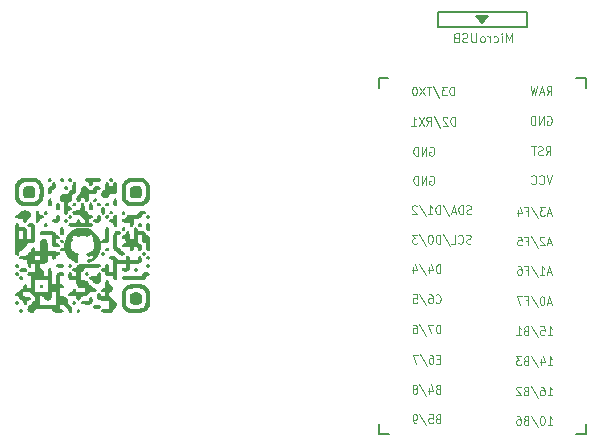
<source format=gbr>
%TF.GenerationSoftware,KiCad,Pcbnew,7.0.9*%
%TF.CreationDate,2024-01-20T20:31:14+09:00*%
%TF.ProjectId,cardsize_keyboad,63617264-7369-47a6-955f-6b6579626f61,rev?*%
%TF.SameCoordinates,PX34f3078PY5614798*%
%TF.FileFunction,Legend,Bot*%
%TF.FilePolarity,Positive*%
%FSLAX46Y46*%
G04 Gerber Fmt 4.6, Leading zero omitted, Abs format (unit mm)*
G04 Created by KiCad (PCBNEW 7.0.9) date 2024-01-20 20:31:14*
%MOMM*%
%LPD*%
G01*
G04 APERTURE LIST*
%ADD10C,0.125000*%
%ADD11C,0.120000*%
%ADD12C,0.150000*%
G04 APERTURE END LIST*
D10*
X81076875Y43665822D02*
X81140685Y43701536D01*
X81140685Y43701536D02*
X81236399Y43701536D01*
X81236399Y43701536D02*
X81332113Y43665822D01*
X81332113Y43665822D02*
X81395923Y43594393D01*
X81395923Y43594393D02*
X81427828Y43522965D01*
X81427828Y43522965D02*
X81459732Y43380108D01*
X81459732Y43380108D02*
X81459732Y43272965D01*
X81459732Y43272965D02*
X81427828Y43130108D01*
X81427828Y43130108D02*
X81395923Y43058679D01*
X81395923Y43058679D02*
X81332113Y42987250D01*
X81332113Y42987250D02*
X81236399Y42951536D01*
X81236399Y42951536D02*
X81172590Y42951536D01*
X81172590Y42951536D02*
X81076875Y42987250D01*
X81076875Y42987250D02*
X81044971Y43022965D01*
X81044971Y43022965D02*
X81044971Y43272965D01*
X81044971Y43272965D02*
X81172590Y43272965D01*
X80757828Y42951536D02*
X80757828Y43701536D01*
X80757828Y43701536D02*
X80374971Y42951536D01*
X80374971Y42951536D02*
X80374971Y43701536D01*
X80055923Y42951536D02*
X80055923Y43701536D01*
X80055923Y43701536D02*
X79896399Y43701536D01*
X79896399Y43701536D02*
X79800685Y43665822D01*
X79800685Y43665822D02*
X79736875Y43594393D01*
X79736875Y43594393D02*
X79704970Y43522965D01*
X79704970Y43522965D02*
X79673066Y43380108D01*
X79673066Y43380108D02*
X79673066Y43272965D01*
X79673066Y43272965D02*
X79704970Y43130108D01*
X79704970Y43130108D02*
X79736875Y43058679D01*
X79736875Y43058679D02*
X79800685Y42987250D01*
X79800685Y42987250D02*
X79896399Y42951536D01*
X79896399Y42951536D02*
X80055923Y42951536D01*
X81099018Y20051536D02*
X81481875Y20051536D01*
X81290447Y20051536D02*
X81290447Y20801536D01*
X81290447Y20801536D02*
X81354256Y20694393D01*
X81354256Y20694393D02*
X81418066Y20622965D01*
X81418066Y20622965D02*
X81481875Y20587250D01*
X80524733Y20801536D02*
X80652352Y20801536D01*
X80652352Y20801536D02*
X80716161Y20765822D01*
X80716161Y20765822D02*
X80748066Y20730108D01*
X80748066Y20730108D02*
X80811876Y20622965D01*
X80811876Y20622965D02*
X80843780Y20480108D01*
X80843780Y20480108D02*
X80843780Y20194393D01*
X80843780Y20194393D02*
X80811876Y20122965D01*
X80811876Y20122965D02*
X80779971Y20087250D01*
X80779971Y20087250D02*
X80716161Y20051536D01*
X80716161Y20051536D02*
X80588542Y20051536D01*
X80588542Y20051536D02*
X80524733Y20087250D01*
X80524733Y20087250D02*
X80492828Y20122965D01*
X80492828Y20122965D02*
X80460923Y20194393D01*
X80460923Y20194393D02*
X80460923Y20372965D01*
X80460923Y20372965D02*
X80492828Y20444393D01*
X80492828Y20444393D02*
X80524733Y20480108D01*
X80524733Y20480108D02*
X80588542Y20515822D01*
X80588542Y20515822D02*
X80716161Y20515822D01*
X80716161Y20515822D02*
X80779971Y20480108D01*
X80779971Y20480108D02*
X80811876Y20444393D01*
X80811876Y20444393D02*
X80843780Y20372965D01*
X79695209Y20837250D02*
X80269495Y19872965D01*
X79248542Y20444393D02*
X79152828Y20408679D01*
X79152828Y20408679D02*
X79120923Y20372965D01*
X79120923Y20372965D02*
X79089019Y20301536D01*
X79089019Y20301536D02*
X79089019Y20194393D01*
X79089019Y20194393D02*
X79120923Y20122965D01*
X79120923Y20122965D02*
X79152828Y20087250D01*
X79152828Y20087250D02*
X79216638Y20051536D01*
X79216638Y20051536D02*
X79471876Y20051536D01*
X79471876Y20051536D02*
X79471876Y20801536D01*
X79471876Y20801536D02*
X79248542Y20801536D01*
X79248542Y20801536D02*
X79184733Y20765822D01*
X79184733Y20765822D02*
X79152828Y20730108D01*
X79152828Y20730108D02*
X79120923Y20658679D01*
X79120923Y20658679D02*
X79120923Y20587250D01*
X79120923Y20587250D02*
X79152828Y20515822D01*
X79152828Y20515822D02*
X79184733Y20480108D01*
X79184733Y20480108D02*
X79248542Y20444393D01*
X79248542Y20444393D02*
X79471876Y20444393D01*
X78833780Y20730108D02*
X78801876Y20765822D01*
X78801876Y20765822D02*
X78738066Y20801536D01*
X78738066Y20801536D02*
X78578542Y20801536D01*
X78578542Y20801536D02*
X78514733Y20765822D01*
X78514733Y20765822D02*
X78482828Y20730108D01*
X78482828Y20730108D02*
X78450923Y20658679D01*
X78450923Y20658679D02*
X78450923Y20587250D01*
X78450923Y20587250D02*
X78482828Y20480108D01*
X78482828Y20480108D02*
X78865685Y20051536D01*
X78865685Y20051536D02*
X78450923Y20051536D01*
X71807589Y20594393D02*
X71711875Y20558679D01*
X71711875Y20558679D02*
X71679970Y20522965D01*
X71679970Y20522965D02*
X71648066Y20451536D01*
X71648066Y20451536D02*
X71648066Y20344393D01*
X71648066Y20344393D02*
X71679970Y20272965D01*
X71679970Y20272965D02*
X71711875Y20237250D01*
X71711875Y20237250D02*
X71775685Y20201536D01*
X71775685Y20201536D02*
X72030923Y20201536D01*
X72030923Y20201536D02*
X72030923Y20951536D01*
X72030923Y20951536D02*
X71807589Y20951536D01*
X71807589Y20951536D02*
X71743780Y20915822D01*
X71743780Y20915822D02*
X71711875Y20880108D01*
X71711875Y20880108D02*
X71679970Y20808679D01*
X71679970Y20808679D02*
X71679970Y20737250D01*
X71679970Y20737250D02*
X71711875Y20665822D01*
X71711875Y20665822D02*
X71743780Y20630108D01*
X71743780Y20630108D02*
X71807589Y20594393D01*
X71807589Y20594393D02*
X72030923Y20594393D01*
X71073780Y20701536D02*
X71073780Y20201536D01*
X71233304Y20987250D02*
X71392827Y20451536D01*
X71392827Y20451536D02*
X70978066Y20451536D01*
X70244256Y20987250D02*
X70818542Y20022965D01*
X69925208Y20630108D02*
X69989018Y20665822D01*
X69989018Y20665822D02*
X70020923Y20701536D01*
X70020923Y20701536D02*
X70052827Y20772965D01*
X70052827Y20772965D02*
X70052827Y20808679D01*
X70052827Y20808679D02*
X70020923Y20880108D01*
X70020923Y20880108D02*
X69989018Y20915822D01*
X69989018Y20915822D02*
X69925208Y20951536D01*
X69925208Y20951536D02*
X69797589Y20951536D01*
X69797589Y20951536D02*
X69733780Y20915822D01*
X69733780Y20915822D02*
X69701875Y20880108D01*
X69701875Y20880108D02*
X69669970Y20808679D01*
X69669970Y20808679D02*
X69669970Y20772965D01*
X69669970Y20772965D02*
X69701875Y20701536D01*
X69701875Y20701536D02*
X69733780Y20665822D01*
X69733780Y20665822D02*
X69797589Y20630108D01*
X69797589Y20630108D02*
X69925208Y20630108D01*
X69925208Y20630108D02*
X69989018Y20594393D01*
X69989018Y20594393D02*
X70020923Y20558679D01*
X70020923Y20558679D02*
X70052827Y20487250D01*
X70052827Y20487250D02*
X70052827Y20344393D01*
X70052827Y20344393D02*
X70020923Y20272965D01*
X70020923Y20272965D02*
X69989018Y20237250D01*
X69989018Y20237250D02*
X69925208Y20201536D01*
X69925208Y20201536D02*
X69797589Y20201536D01*
X69797589Y20201536D02*
X69733780Y20237250D01*
X69733780Y20237250D02*
X69701875Y20272965D01*
X69701875Y20272965D02*
X69669970Y20344393D01*
X69669970Y20344393D02*
X69669970Y20487250D01*
X69669970Y20487250D02*
X69701875Y20558679D01*
X69701875Y20558679D02*
X69733780Y20594393D01*
X69733780Y20594393D02*
X69797589Y20630108D01*
D11*
X78067828Y49951276D02*
X78067828Y50701276D01*
X78067828Y50701276D02*
X77817828Y50165562D01*
X77817828Y50165562D02*
X77567828Y50701276D01*
X77567828Y50701276D02*
X77567828Y49951276D01*
X77210685Y49951276D02*
X77210685Y50451276D01*
X77210685Y50701276D02*
X77246399Y50665562D01*
X77246399Y50665562D02*
X77210685Y50629848D01*
X77210685Y50629848D02*
X77174971Y50665562D01*
X77174971Y50665562D02*
X77210685Y50701276D01*
X77210685Y50701276D02*
X77210685Y50629848D01*
X76532114Y49986990D02*
X76603542Y49951276D01*
X76603542Y49951276D02*
X76746399Y49951276D01*
X76746399Y49951276D02*
X76817828Y49986990D01*
X76817828Y49986990D02*
X76853542Y50022705D01*
X76853542Y50022705D02*
X76889256Y50094133D01*
X76889256Y50094133D02*
X76889256Y50308419D01*
X76889256Y50308419D02*
X76853542Y50379848D01*
X76853542Y50379848D02*
X76817828Y50415562D01*
X76817828Y50415562D02*
X76746399Y50451276D01*
X76746399Y50451276D02*
X76603542Y50451276D01*
X76603542Y50451276D02*
X76532114Y50415562D01*
X76210685Y49951276D02*
X76210685Y50451276D01*
X76210685Y50308419D02*
X76174971Y50379848D01*
X76174971Y50379848D02*
X76139257Y50415562D01*
X76139257Y50415562D02*
X76067828Y50451276D01*
X76067828Y50451276D02*
X75996399Y50451276D01*
X75639256Y49951276D02*
X75710685Y49986990D01*
X75710685Y49986990D02*
X75746399Y50022705D01*
X75746399Y50022705D02*
X75782113Y50094133D01*
X75782113Y50094133D02*
X75782113Y50308419D01*
X75782113Y50308419D02*
X75746399Y50379848D01*
X75746399Y50379848D02*
X75710685Y50415562D01*
X75710685Y50415562D02*
X75639256Y50451276D01*
X75639256Y50451276D02*
X75532113Y50451276D01*
X75532113Y50451276D02*
X75460685Y50415562D01*
X75460685Y50415562D02*
X75424971Y50379848D01*
X75424971Y50379848D02*
X75389256Y50308419D01*
X75389256Y50308419D02*
X75389256Y50094133D01*
X75389256Y50094133D02*
X75424971Y50022705D01*
X75424971Y50022705D02*
X75460685Y49986990D01*
X75460685Y49986990D02*
X75532113Y49951276D01*
X75532113Y49951276D02*
X75639256Y49951276D01*
X75067828Y50701276D02*
X75067828Y50094133D01*
X75067828Y50094133D02*
X75032114Y50022705D01*
X75032114Y50022705D02*
X74996400Y49986990D01*
X74996400Y49986990D02*
X74924971Y49951276D01*
X74924971Y49951276D02*
X74782114Y49951276D01*
X74782114Y49951276D02*
X74710685Y49986990D01*
X74710685Y49986990D02*
X74674971Y50022705D01*
X74674971Y50022705D02*
X74639257Y50094133D01*
X74639257Y50094133D02*
X74639257Y50701276D01*
X74317828Y49986990D02*
X74210686Y49951276D01*
X74210686Y49951276D02*
X74032114Y49951276D01*
X74032114Y49951276D02*
X73960686Y49986990D01*
X73960686Y49986990D02*
X73924971Y50022705D01*
X73924971Y50022705D02*
X73889257Y50094133D01*
X73889257Y50094133D02*
X73889257Y50165562D01*
X73889257Y50165562D02*
X73924971Y50236990D01*
X73924971Y50236990D02*
X73960686Y50272705D01*
X73960686Y50272705D02*
X74032114Y50308419D01*
X74032114Y50308419D02*
X74174971Y50344133D01*
X74174971Y50344133D02*
X74246400Y50379848D01*
X74246400Y50379848D02*
X74282114Y50415562D01*
X74282114Y50415562D02*
X74317828Y50486990D01*
X74317828Y50486990D02*
X74317828Y50558419D01*
X74317828Y50558419D02*
X74282114Y50629848D01*
X74282114Y50629848D02*
X74246400Y50665562D01*
X74246400Y50665562D02*
X74174971Y50701276D01*
X74174971Y50701276D02*
X73996400Y50701276D01*
X73996400Y50701276D02*
X73889257Y50665562D01*
X73317828Y50344133D02*
X73210685Y50308419D01*
X73210685Y50308419D02*
X73174971Y50272705D01*
X73174971Y50272705D02*
X73139257Y50201276D01*
X73139257Y50201276D02*
X73139257Y50094133D01*
X73139257Y50094133D02*
X73174971Y50022705D01*
X73174971Y50022705D02*
X73210685Y49986990D01*
X73210685Y49986990D02*
X73282114Y49951276D01*
X73282114Y49951276D02*
X73567828Y49951276D01*
X73567828Y49951276D02*
X73567828Y50701276D01*
X73567828Y50701276D02*
X73317828Y50701276D01*
X73317828Y50701276D02*
X73246400Y50665562D01*
X73246400Y50665562D02*
X73210685Y50629848D01*
X73210685Y50629848D02*
X73174971Y50558419D01*
X73174971Y50558419D02*
X73174971Y50486990D01*
X73174971Y50486990D02*
X73210685Y50415562D01*
X73210685Y50415562D02*
X73246400Y50379848D01*
X73246400Y50379848D02*
X73317828Y50344133D01*
X73317828Y50344133D02*
X73567828Y50344133D01*
D10*
X81402113Y35465822D02*
X81083066Y35465822D01*
X81465923Y35251536D02*
X81242590Y36001536D01*
X81242590Y36001536D02*
X81019256Y35251536D01*
X80859732Y36001536D02*
X80444970Y36001536D01*
X80444970Y36001536D02*
X80668304Y35715822D01*
X80668304Y35715822D02*
X80572589Y35715822D01*
X80572589Y35715822D02*
X80508780Y35680108D01*
X80508780Y35680108D02*
X80476875Y35644393D01*
X80476875Y35644393D02*
X80444970Y35572965D01*
X80444970Y35572965D02*
X80444970Y35394393D01*
X80444970Y35394393D02*
X80476875Y35322965D01*
X80476875Y35322965D02*
X80508780Y35287250D01*
X80508780Y35287250D02*
X80572589Y35251536D01*
X80572589Y35251536D02*
X80764018Y35251536D01*
X80764018Y35251536D02*
X80827827Y35287250D01*
X80827827Y35287250D02*
X80859732Y35322965D01*
X79679256Y36037250D02*
X80253542Y35072965D01*
X79232589Y35644393D02*
X79455923Y35644393D01*
X79455923Y35251536D02*
X79455923Y36001536D01*
X79455923Y36001536D02*
X79136875Y36001536D01*
X78594494Y35751536D02*
X78594494Y35251536D01*
X78754018Y36037250D02*
X78913541Y35501536D01*
X78913541Y35501536D02*
X78498780Y35501536D01*
X81402113Y32965822D02*
X81083066Y32965822D01*
X81465923Y32751536D02*
X81242590Y33501536D01*
X81242590Y33501536D02*
X81019256Y32751536D01*
X80827827Y33430108D02*
X80795923Y33465822D01*
X80795923Y33465822D02*
X80732113Y33501536D01*
X80732113Y33501536D02*
X80572589Y33501536D01*
X80572589Y33501536D02*
X80508780Y33465822D01*
X80508780Y33465822D02*
X80476875Y33430108D01*
X80476875Y33430108D02*
X80444970Y33358679D01*
X80444970Y33358679D02*
X80444970Y33287250D01*
X80444970Y33287250D02*
X80476875Y33180108D01*
X80476875Y33180108D02*
X80859732Y32751536D01*
X80859732Y32751536D02*
X80444970Y32751536D01*
X79679256Y33537250D02*
X80253542Y32572965D01*
X79232589Y33144393D02*
X79455923Y33144393D01*
X79455923Y32751536D02*
X79455923Y33501536D01*
X79455923Y33501536D02*
X79136875Y33501536D01*
X78562589Y33501536D02*
X78881637Y33501536D01*
X78881637Y33501536D02*
X78913541Y33144393D01*
X78913541Y33144393D02*
X78881637Y33180108D01*
X78881637Y33180108D02*
X78817827Y33215822D01*
X78817827Y33215822D02*
X78658303Y33215822D01*
X78658303Y33215822D02*
X78594494Y33180108D01*
X78594494Y33180108D02*
X78562589Y33144393D01*
X78562589Y33144393D02*
X78530684Y33072965D01*
X78530684Y33072965D02*
X78530684Y32894393D01*
X78530684Y32894393D02*
X78562589Y32822965D01*
X78562589Y32822965D02*
X78594494Y32787250D01*
X78594494Y32787250D02*
X78658303Y32751536D01*
X78658303Y32751536D02*
X78817827Y32751536D01*
X78817827Y32751536D02*
X78881637Y32787250D01*
X78881637Y32787250D02*
X78913541Y32822965D01*
X72030923Y25301536D02*
X72030923Y26051536D01*
X72030923Y26051536D02*
X71871399Y26051536D01*
X71871399Y26051536D02*
X71775685Y26015822D01*
X71775685Y26015822D02*
X71711875Y25944393D01*
X71711875Y25944393D02*
X71679970Y25872965D01*
X71679970Y25872965D02*
X71648066Y25730108D01*
X71648066Y25730108D02*
X71648066Y25622965D01*
X71648066Y25622965D02*
X71679970Y25480108D01*
X71679970Y25480108D02*
X71711875Y25408679D01*
X71711875Y25408679D02*
X71775685Y25337250D01*
X71775685Y25337250D02*
X71871399Y25301536D01*
X71871399Y25301536D02*
X72030923Y25301536D01*
X71424732Y26051536D02*
X70978066Y26051536D01*
X70978066Y26051536D02*
X71265208Y25301536D01*
X70244256Y26087250D02*
X70818542Y25122965D01*
X69733780Y26051536D02*
X69861399Y26051536D01*
X69861399Y26051536D02*
X69925208Y26015822D01*
X69925208Y26015822D02*
X69957113Y25980108D01*
X69957113Y25980108D02*
X70020923Y25872965D01*
X70020923Y25872965D02*
X70052827Y25730108D01*
X70052827Y25730108D02*
X70052827Y25444393D01*
X70052827Y25444393D02*
X70020923Y25372965D01*
X70020923Y25372965D02*
X69989018Y25337250D01*
X69989018Y25337250D02*
X69925208Y25301536D01*
X69925208Y25301536D02*
X69797589Y25301536D01*
X69797589Y25301536D02*
X69733780Y25337250D01*
X69733780Y25337250D02*
X69701875Y25372965D01*
X69701875Y25372965D02*
X69669970Y25444393D01*
X69669970Y25444393D02*
X69669970Y25622965D01*
X69669970Y25622965D02*
X69701875Y25694393D01*
X69701875Y25694393D02*
X69733780Y25730108D01*
X69733780Y25730108D02*
X69797589Y25765822D01*
X69797589Y25765822D02*
X69925208Y25765822D01*
X69925208Y25765822D02*
X69989018Y25730108D01*
X69989018Y25730108D02*
X70020923Y25694393D01*
X70020923Y25694393D02*
X70052827Y25622965D01*
X74589018Y32937250D02*
X74493304Y32901536D01*
X74493304Y32901536D02*
X74333780Y32901536D01*
X74333780Y32901536D02*
X74269971Y32937250D01*
X74269971Y32937250D02*
X74238066Y32972965D01*
X74238066Y32972965D02*
X74206161Y33044393D01*
X74206161Y33044393D02*
X74206161Y33115822D01*
X74206161Y33115822D02*
X74238066Y33187250D01*
X74238066Y33187250D02*
X74269971Y33222965D01*
X74269971Y33222965D02*
X74333780Y33258679D01*
X74333780Y33258679D02*
X74461399Y33294393D01*
X74461399Y33294393D02*
X74525209Y33330108D01*
X74525209Y33330108D02*
X74557114Y33365822D01*
X74557114Y33365822D02*
X74589018Y33437250D01*
X74589018Y33437250D02*
X74589018Y33508679D01*
X74589018Y33508679D02*
X74557114Y33580108D01*
X74557114Y33580108D02*
X74525209Y33615822D01*
X74525209Y33615822D02*
X74461399Y33651536D01*
X74461399Y33651536D02*
X74301876Y33651536D01*
X74301876Y33651536D02*
X74206161Y33615822D01*
X73536162Y32972965D02*
X73568066Y32937250D01*
X73568066Y32937250D02*
X73663781Y32901536D01*
X73663781Y32901536D02*
X73727590Y32901536D01*
X73727590Y32901536D02*
X73823304Y32937250D01*
X73823304Y32937250D02*
X73887114Y33008679D01*
X73887114Y33008679D02*
X73919019Y33080108D01*
X73919019Y33080108D02*
X73950923Y33222965D01*
X73950923Y33222965D02*
X73950923Y33330108D01*
X73950923Y33330108D02*
X73919019Y33472965D01*
X73919019Y33472965D02*
X73887114Y33544393D01*
X73887114Y33544393D02*
X73823304Y33615822D01*
X73823304Y33615822D02*
X73727590Y33651536D01*
X73727590Y33651536D02*
X73663781Y33651536D01*
X73663781Y33651536D02*
X73568066Y33615822D01*
X73568066Y33615822D02*
X73536162Y33580108D01*
X72929971Y32901536D02*
X73249019Y32901536D01*
X73249019Y32901536D02*
X73249019Y33651536D01*
X72228066Y33687250D02*
X72802352Y32722965D01*
X72004733Y32901536D02*
X72004733Y33651536D01*
X72004733Y33651536D02*
X71845209Y33651536D01*
X71845209Y33651536D02*
X71749495Y33615822D01*
X71749495Y33615822D02*
X71685685Y33544393D01*
X71685685Y33544393D02*
X71653780Y33472965D01*
X71653780Y33472965D02*
X71621876Y33330108D01*
X71621876Y33330108D02*
X71621876Y33222965D01*
X71621876Y33222965D02*
X71653780Y33080108D01*
X71653780Y33080108D02*
X71685685Y33008679D01*
X71685685Y33008679D02*
X71749495Y32937250D01*
X71749495Y32937250D02*
X71845209Y32901536D01*
X71845209Y32901536D02*
X72004733Y32901536D01*
X71207114Y33651536D02*
X71143304Y33651536D01*
X71143304Y33651536D02*
X71079495Y33615822D01*
X71079495Y33615822D02*
X71047590Y33580108D01*
X71047590Y33580108D02*
X71015685Y33508679D01*
X71015685Y33508679D02*
X70983780Y33365822D01*
X70983780Y33365822D02*
X70983780Y33187250D01*
X70983780Y33187250D02*
X71015685Y33044393D01*
X71015685Y33044393D02*
X71047590Y32972965D01*
X71047590Y32972965D02*
X71079495Y32937250D01*
X71079495Y32937250D02*
X71143304Y32901536D01*
X71143304Y32901536D02*
X71207114Y32901536D01*
X71207114Y32901536D02*
X71270923Y32937250D01*
X71270923Y32937250D02*
X71302828Y32972965D01*
X71302828Y32972965D02*
X71334733Y33044393D01*
X71334733Y33044393D02*
X71366637Y33187250D01*
X71366637Y33187250D02*
X71366637Y33365822D01*
X71366637Y33365822D02*
X71334733Y33508679D01*
X71334733Y33508679D02*
X71302828Y33580108D01*
X71302828Y33580108D02*
X71270923Y33615822D01*
X71270923Y33615822D02*
X71207114Y33651536D01*
X70218066Y33687250D02*
X70792352Y32722965D01*
X70058542Y33651536D02*
X69643780Y33651536D01*
X69643780Y33651536D02*
X69867114Y33365822D01*
X69867114Y33365822D02*
X69771399Y33365822D01*
X69771399Y33365822D02*
X69707590Y33330108D01*
X69707590Y33330108D02*
X69675685Y33294393D01*
X69675685Y33294393D02*
X69643780Y33222965D01*
X69643780Y33222965D02*
X69643780Y33044393D01*
X69643780Y33044393D02*
X69675685Y32972965D01*
X69675685Y32972965D02*
X69707590Y32937250D01*
X69707590Y32937250D02*
X69771399Y32901536D01*
X69771399Y32901536D02*
X69962828Y32901536D01*
X69962828Y32901536D02*
X70026637Y32937250D01*
X70026637Y32937250D02*
X70058542Y32972965D01*
X80933304Y40401536D02*
X81156637Y40758679D01*
X81316161Y40401536D02*
X81316161Y41151536D01*
X81316161Y41151536D02*
X81060923Y41151536D01*
X81060923Y41151536D02*
X80997113Y41115822D01*
X80997113Y41115822D02*
X80965208Y41080108D01*
X80965208Y41080108D02*
X80933304Y41008679D01*
X80933304Y41008679D02*
X80933304Y40901536D01*
X80933304Y40901536D02*
X80965208Y40830108D01*
X80965208Y40830108D02*
X80997113Y40794393D01*
X80997113Y40794393D02*
X81060923Y40758679D01*
X81060923Y40758679D02*
X81316161Y40758679D01*
X80678065Y40437250D02*
X80582351Y40401536D01*
X80582351Y40401536D02*
X80422827Y40401536D01*
X80422827Y40401536D02*
X80359018Y40437250D01*
X80359018Y40437250D02*
X80327113Y40472965D01*
X80327113Y40472965D02*
X80295208Y40544393D01*
X80295208Y40544393D02*
X80295208Y40615822D01*
X80295208Y40615822D02*
X80327113Y40687250D01*
X80327113Y40687250D02*
X80359018Y40722965D01*
X80359018Y40722965D02*
X80422827Y40758679D01*
X80422827Y40758679D02*
X80550446Y40794393D01*
X80550446Y40794393D02*
X80614256Y40830108D01*
X80614256Y40830108D02*
X80646161Y40865822D01*
X80646161Y40865822D02*
X80678065Y40937250D01*
X80678065Y40937250D02*
X80678065Y41008679D01*
X80678065Y41008679D02*
X80646161Y41080108D01*
X80646161Y41080108D02*
X80614256Y41115822D01*
X80614256Y41115822D02*
X80550446Y41151536D01*
X80550446Y41151536D02*
X80390923Y41151536D01*
X80390923Y41151536D02*
X80295208Y41115822D01*
X80103780Y41151536D02*
X79720923Y41151536D01*
X79912351Y40401536D02*
X79912351Y41151536D01*
X74604970Y35437250D02*
X74509256Y35401536D01*
X74509256Y35401536D02*
X74349732Y35401536D01*
X74349732Y35401536D02*
X74285923Y35437250D01*
X74285923Y35437250D02*
X74254018Y35472965D01*
X74254018Y35472965D02*
X74222113Y35544393D01*
X74222113Y35544393D02*
X74222113Y35615822D01*
X74222113Y35615822D02*
X74254018Y35687250D01*
X74254018Y35687250D02*
X74285923Y35722965D01*
X74285923Y35722965D02*
X74349732Y35758679D01*
X74349732Y35758679D02*
X74477351Y35794393D01*
X74477351Y35794393D02*
X74541161Y35830108D01*
X74541161Y35830108D02*
X74573066Y35865822D01*
X74573066Y35865822D02*
X74604970Y35937250D01*
X74604970Y35937250D02*
X74604970Y36008679D01*
X74604970Y36008679D02*
X74573066Y36080108D01*
X74573066Y36080108D02*
X74541161Y36115822D01*
X74541161Y36115822D02*
X74477351Y36151536D01*
X74477351Y36151536D02*
X74317828Y36151536D01*
X74317828Y36151536D02*
X74222113Y36115822D01*
X73934971Y35401536D02*
X73934971Y36151536D01*
X73934971Y36151536D02*
X73775447Y36151536D01*
X73775447Y36151536D02*
X73679733Y36115822D01*
X73679733Y36115822D02*
X73615923Y36044393D01*
X73615923Y36044393D02*
X73584018Y35972965D01*
X73584018Y35972965D02*
X73552114Y35830108D01*
X73552114Y35830108D02*
X73552114Y35722965D01*
X73552114Y35722965D02*
X73584018Y35580108D01*
X73584018Y35580108D02*
X73615923Y35508679D01*
X73615923Y35508679D02*
X73679733Y35437250D01*
X73679733Y35437250D02*
X73775447Y35401536D01*
X73775447Y35401536D02*
X73934971Y35401536D01*
X73296875Y35615822D02*
X72977828Y35615822D01*
X73360685Y35401536D02*
X73137352Y36151536D01*
X73137352Y36151536D02*
X72914018Y35401536D01*
X72212113Y36187250D02*
X72786399Y35222965D01*
X71988780Y35401536D02*
X71988780Y36151536D01*
X71988780Y36151536D02*
X71829256Y36151536D01*
X71829256Y36151536D02*
X71733542Y36115822D01*
X71733542Y36115822D02*
X71669732Y36044393D01*
X71669732Y36044393D02*
X71637827Y35972965D01*
X71637827Y35972965D02*
X71605923Y35830108D01*
X71605923Y35830108D02*
X71605923Y35722965D01*
X71605923Y35722965D02*
X71637827Y35580108D01*
X71637827Y35580108D02*
X71669732Y35508679D01*
X71669732Y35508679D02*
X71733542Y35437250D01*
X71733542Y35437250D02*
X71829256Y35401536D01*
X71829256Y35401536D02*
X71988780Y35401536D01*
X70967827Y35401536D02*
X71350684Y35401536D01*
X71159256Y35401536D02*
X71159256Y36151536D01*
X71159256Y36151536D02*
X71223065Y36044393D01*
X71223065Y36044393D02*
X71286875Y35972965D01*
X71286875Y35972965D02*
X71350684Y35937250D01*
X70202113Y36187250D02*
X70776399Y35222965D01*
X70010684Y36080108D02*
X69978780Y36115822D01*
X69978780Y36115822D02*
X69914970Y36151536D01*
X69914970Y36151536D02*
X69755446Y36151536D01*
X69755446Y36151536D02*
X69691637Y36115822D01*
X69691637Y36115822D02*
X69659732Y36080108D01*
X69659732Y36080108D02*
X69627827Y36008679D01*
X69627827Y36008679D02*
X69627827Y35937250D01*
X69627827Y35937250D02*
X69659732Y35830108D01*
X69659732Y35830108D02*
X70042589Y35401536D01*
X70042589Y35401536D02*
X69627827Y35401536D01*
X73155209Y45451536D02*
X73155209Y46201536D01*
X73155209Y46201536D02*
X72995685Y46201536D01*
X72995685Y46201536D02*
X72899971Y46165822D01*
X72899971Y46165822D02*
X72836161Y46094393D01*
X72836161Y46094393D02*
X72804256Y46022965D01*
X72804256Y46022965D02*
X72772352Y45880108D01*
X72772352Y45880108D02*
X72772352Y45772965D01*
X72772352Y45772965D02*
X72804256Y45630108D01*
X72804256Y45630108D02*
X72836161Y45558679D01*
X72836161Y45558679D02*
X72899971Y45487250D01*
X72899971Y45487250D02*
X72995685Y45451536D01*
X72995685Y45451536D02*
X73155209Y45451536D01*
X72549018Y46201536D02*
X72134256Y46201536D01*
X72134256Y46201536D02*
X72357590Y45915822D01*
X72357590Y45915822D02*
X72261875Y45915822D01*
X72261875Y45915822D02*
X72198066Y45880108D01*
X72198066Y45880108D02*
X72166161Y45844393D01*
X72166161Y45844393D02*
X72134256Y45772965D01*
X72134256Y45772965D02*
X72134256Y45594393D01*
X72134256Y45594393D02*
X72166161Y45522965D01*
X72166161Y45522965D02*
X72198066Y45487250D01*
X72198066Y45487250D02*
X72261875Y45451536D01*
X72261875Y45451536D02*
X72453304Y45451536D01*
X72453304Y45451536D02*
X72517113Y45487250D01*
X72517113Y45487250D02*
X72549018Y45522965D01*
X71368542Y46237250D02*
X71942828Y45272965D01*
X71240923Y46201536D02*
X70858066Y46201536D01*
X71049494Y45451536D02*
X71049494Y46201536D01*
X70698542Y46201536D02*
X70251876Y45451536D01*
X70251876Y46201536D02*
X70698542Y45451536D01*
X69869019Y46201536D02*
X69805209Y46201536D01*
X69805209Y46201536D02*
X69741400Y46165822D01*
X69741400Y46165822D02*
X69709495Y46130108D01*
X69709495Y46130108D02*
X69677590Y46058679D01*
X69677590Y46058679D02*
X69645685Y45915822D01*
X69645685Y45915822D02*
X69645685Y45737250D01*
X69645685Y45737250D02*
X69677590Y45594393D01*
X69677590Y45594393D02*
X69709495Y45522965D01*
X69709495Y45522965D02*
X69741400Y45487250D01*
X69741400Y45487250D02*
X69805209Y45451536D01*
X69805209Y45451536D02*
X69869019Y45451536D01*
X69869019Y45451536D02*
X69932828Y45487250D01*
X69932828Y45487250D02*
X69964733Y45522965D01*
X69964733Y45522965D02*
X69996638Y45594393D01*
X69996638Y45594393D02*
X70028542Y45737250D01*
X70028542Y45737250D02*
X70028542Y45915822D01*
X70028542Y45915822D02*
X69996638Y46058679D01*
X69996638Y46058679D02*
X69964733Y46130108D01*
X69964733Y46130108D02*
X69932828Y46165822D01*
X69932828Y46165822D02*
X69869019Y46201536D01*
X71807589Y18094393D02*
X71711875Y18058679D01*
X71711875Y18058679D02*
X71679970Y18022965D01*
X71679970Y18022965D02*
X71648066Y17951536D01*
X71648066Y17951536D02*
X71648066Y17844393D01*
X71648066Y17844393D02*
X71679970Y17772965D01*
X71679970Y17772965D02*
X71711875Y17737250D01*
X71711875Y17737250D02*
X71775685Y17701536D01*
X71775685Y17701536D02*
X72030923Y17701536D01*
X72030923Y17701536D02*
X72030923Y18451536D01*
X72030923Y18451536D02*
X71807589Y18451536D01*
X71807589Y18451536D02*
X71743780Y18415822D01*
X71743780Y18415822D02*
X71711875Y18380108D01*
X71711875Y18380108D02*
X71679970Y18308679D01*
X71679970Y18308679D02*
X71679970Y18237250D01*
X71679970Y18237250D02*
X71711875Y18165822D01*
X71711875Y18165822D02*
X71743780Y18130108D01*
X71743780Y18130108D02*
X71807589Y18094393D01*
X71807589Y18094393D02*
X72030923Y18094393D01*
X71041875Y18451536D02*
X71360923Y18451536D01*
X71360923Y18451536D02*
X71392827Y18094393D01*
X71392827Y18094393D02*
X71360923Y18130108D01*
X71360923Y18130108D02*
X71297113Y18165822D01*
X71297113Y18165822D02*
X71137589Y18165822D01*
X71137589Y18165822D02*
X71073780Y18130108D01*
X71073780Y18130108D02*
X71041875Y18094393D01*
X71041875Y18094393D02*
X71009970Y18022965D01*
X71009970Y18022965D02*
X71009970Y17844393D01*
X71009970Y17844393D02*
X71041875Y17772965D01*
X71041875Y17772965D02*
X71073780Y17737250D01*
X71073780Y17737250D02*
X71137589Y17701536D01*
X71137589Y17701536D02*
X71297113Y17701536D01*
X71297113Y17701536D02*
X71360923Y17737250D01*
X71360923Y17737250D02*
X71392827Y17772965D01*
X70244256Y18487250D02*
X70818542Y17522965D01*
X69989018Y17701536D02*
X69861399Y17701536D01*
X69861399Y17701536D02*
X69797589Y17737250D01*
X69797589Y17737250D02*
X69765685Y17772965D01*
X69765685Y17772965D02*
X69701875Y17880108D01*
X69701875Y17880108D02*
X69669970Y18022965D01*
X69669970Y18022965D02*
X69669970Y18308679D01*
X69669970Y18308679D02*
X69701875Y18380108D01*
X69701875Y18380108D02*
X69733780Y18415822D01*
X69733780Y18415822D02*
X69797589Y18451536D01*
X69797589Y18451536D02*
X69925208Y18451536D01*
X69925208Y18451536D02*
X69989018Y18415822D01*
X69989018Y18415822D02*
X70020923Y18380108D01*
X70020923Y18380108D02*
X70052827Y18308679D01*
X70052827Y18308679D02*
X70052827Y18130108D01*
X70052827Y18130108D02*
X70020923Y18058679D01*
X70020923Y18058679D02*
X69989018Y18022965D01*
X69989018Y18022965D02*
X69925208Y17987250D01*
X69925208Y17987250D02*
X69797589Y17987250D01*
X69797589Y17987250D02*
X69733780Y18022965D01*
X69733780Y18022965D02*
X69701875Y18058679D01*
X69701875Y18058679D02*
X69669970Y18130108D01*
X71126875Y41065822D02*
X71190685Y41101536D01*
X71190685Y41101536D02*
X71286399Y41101536D01*
X71286399Y41101536D02*
X71382113Y41065822D01*
X71382113Y41065822D02*
X71445923Y40994393D01*
X71445923Y40994393D02*
X71477828Y40922965D01*
X71477828Y40922965D02*
X71509732Y40780108D01*
X71509732Y40780108D02*
X71509732Y40672965D01*
X71509732Y40672965D02*
X71477828Y40530108D01*
X71477828Y40530108D02*
X71445923Y40458679D01*
X71445923Y40458679D02*
X71382113Y40387250D01*
X71382113Y40387250D02*
X71286399Y40351536D01*
X71286399Y40351536D02*
X71222590Y40351536D01*
X71222590Y40351536D02*
X71126875Y40387250D01*
X71126875Y40387250D02*
X71094971Y40422965D01*
X71094971Y40422965D02*
X71094971Y40672965D01*
X71094971Y40672965D02*
X71222590Y40672965D01*
X70807828Y40351536D02*
X70807828Y41101536D01*
X70807828Y41101536D02*
X70424971Y40351536D01*
X70424971Y40351536D02*
X70424971Y41101536D01*
X70105923Y40351536D02*
X70105923Y41101536D01*
X70105923Y41101536D02*
X69946399Y41101536D01*
X69946399Y41101536D02*
X69850685Y41065822D01*
X69850685Y41065822D02*
X69786875Y40994393D01*
X69786875Y40994393D02*
X69754970Y40922965D01*
X69754970Y40922965D02*
X69723066Y40780108D01*
X69723066Y40780108D02*
X69723066Y40672965D01*
X69723066Y40672965D02*
X69754970Y40530108D01*
X69754970Y40530108D02*
X69786875Y40458679D01*
X69786875Y40458679D02*
X69850685Y40387250D01*
X69850685Y40387250D02*
X69946399Y40351536D01*
X69946399Y40351536D02*
X70105923Y40351536D01*
X81099018Y25151536D02*
X81481875Y25151536D01*
X81290447Y25151536D02*
X81290447Y25901536D01*
X81290447Y25901536D02*
X81354256Y25794393D01*
X81354256Y25794393D02*
X81418066Y25722965D01*
X81418066Y25722965D02*
X81481875Y25687250D01*
X80492828Y25901536D02*
X80811876Y25901536D01*
X80811876Y25901536D02*
X80843780Y25544393D01*
X80843780Y25544393D02*
X80811876Y25580108D01*
X80811876Y25580108D02*
X80748066Y25615822D01*
X80748066Y25615822D02*
X80588542Y25615822D01*
X80588542Y25615822D02*
X80524733Y25580108D01*
X80524733Y25580108D02*
X80492828Y25544393D01*
X80492828Y25544393D02*
X80460923Y25472965D01*
X80460923Y25472965D02*
X80460923Y25294393D01*
X80460923Y25294393D02*
X80492828Y25222965D01*
X80492828Y25222965D02*
X80524733Y25187250D01*
X80524733Y25187250D02*
X80588542Y25151536D01*
X80588542Y25151536D02*
X80748066Y25151536D01*
X80748066Y25151536D02*
X80811876Y25187250D01*
X80811876Y25187250D02*
X80843780Y25222965D01*
X79695209Y25937250D02*
X80269495Y24972965D01*
X79248542Y25544393D02*
X79152828Y25508679D01*
X79152828Y25508679D02*
X79120923Y25472965D01*
X79120923Y25472965D02*
X79089019Y25401536D01*
X79089019Y25401536D02*
X79089019Y25294393D01*
X79089019Y25294393D02*
X79120923Y25222965D01*
X79120923Y25222965D02*
X79152828Y25187250D01*
X79152828Y25187250D02*
X79216638Y25151536D01*
X79216638Y25151536D02*
X79471876Y25151536D01*
X79471876Y25151536D02*
X79471876Y25901536D01*
X79471876Y25901536D02*
X79248542Y25901536D01*
X79248542Y25901536D02*
X79184733Y25865822D01*
X79184733Y25865822D02*
X79152828Y25830108D01*
X79152828Y25830108D02*
X79120923Y25758679D01*
X79120923Y25758679D02*
X79120923Y25687250D01*
X79120923Y25687250D02*
X79152828Y25615822D01*
X79152828Y25615822D02*
X79184733Y25580108D01*
X79184733Y25580108D02*
X79248542Y25544393D01*
X79248542Y25544393D02*
X79471876Y25544393D01*
X78450923Y25151536D02*
X78833780Y25151536D01*
X78642352Y25151536D02*
X78642352Y25901536D01*
X78642352Y25901536D02*
X78706161Y25794393D01*
X78706161Y25794393D02*
X78769971Y25722965D01*
X78769971Y25722965D02*
X78833780Y25687250D01*
X71126875Y38615822D02*
X71190685Y38651536D01*
X71190685Y38651536D02*
X71286399Y38651536D01*
X71286399Y38651536D02*
X71382113Y38615822D01*
X71382113Y38615822D02*
X71445923Y38544393D01*
X71445923Y38544393D02*
X71477828Y38472965D01*
X71477828Y38472965D02*
X71509732Y38330108D01*
X71509732Y38330108D02*
X71509732Y38222965D01*
X71509732Y38222965D02*
X71477828Y38080108D01*
X71477828Y38080108D02*
X71445923Y38008679D01*
X71445923Y38008679D02*
X71382113Y37937250D01*
X71382113Y37937250D02*
X71286399Y37901536D01*
X71286399Y37901536D02*
X71222590Y37901536D01*
X71222590Y37901536D02*
X71126875Y37937250D01*
X71126875Y37937250D02*
X71094971Y37972965D01*
X71094971Y37972965D02*
X71094971Y38222965D01*
X71094971Y38222965D02*
X71222590Y38222965D01*
X70807828Y37901536D02*
X70807828Y38651536D01*
X70807828Y38651536D02*
X70424971Y37901536D01*
X70424971Y37901536D02*
X70424971Y38651536D01*
X70105923Y37901536D02*
X70105923Y38651536D01*
X70105923Y38651536D02*
X69946399Y38651536D01*
X69946399Y38651536D02*
X69850685Y38615822D01*
X69850685Y38615822D02*
X69786875Y38544393D01*
X69786875Y38544393D02*
X69754970Y38472965D01*
X69754970Y38472965D02*
X69723066Y38330108D01*
X69723066Y38330108D02*
X69723066Y38222965D01*
X69723066Y38222965D02*
X69754970Y38080108D01*
X69754970Y38080108D02*
X69786875Y38008679D01*
X69786875Y38008679D02*
X69850685Y37937250D01*
X69850685Y37937250D02*
X69946399Y37901536D01*
X69946399Y37901536D02*
X70105923Y37901536D01*
X81099018Y22601536D02*
X81481875Y22601536D01*
X81290447Y22601536D02*
X81290447Y23351536D01*
X81290447Y23351536D02*
X81354256Y23244393D01*
X81354256Y23244393D02*
X81418066Y23172965D01*
X81418066Y23172965D02*
X81481875Y23137250D01*
X80524733Y23101536D02*
X80524733Y22601536D01*
X80684257Y23387250D02*
X80843780Y22851536D01*
X80843780Y22851536D02*
X80429019Y22851536D01*
X79695209Y23387250D02*
X80269495Y22422965D01*
X79248542Y22994393D02*
X79152828Y22958679D01*
X79152828Y22958679D02*
X79120923Y22922965D01*
X79120923Y22922965D02*
X79089019Y22851536D01*
X79089019Y22851536D02*
X79089019Y22744393D01*
X79089019Y22744393D02*
X79120923Y22672965D01*
X79120923Y22672965D02*
X79152828Y22637250D01*
X79152828Y22637250D02*
X79216638Y22601536D01*
X79216638Y22601536D02*
X79471876Y22601536D01*
X79471876Y22601536D02*
X79471876Y23351536D01*
X79471876Y23351536D02*
X79248542Y23351536D01*
X79248542Y23351536D02*
X79184733Y23315822D01*
X79184733Y23315822D02*
X79152828Y23280108D01*
X79152828Y23280108D02*
X79120923Y23208679D01*
X79120923Y23208679D02*
X79120923Y23137250D01*
X79120923Y23137250D02*
X79152828Y23065822D01*
X79152828Y23065822D02*
X79184733Y23030108D01*
X79184733Y23030108D02*
X79248542Y22994393D01*
X79248542Y22994393D02*
X79471876Y22994393D01*
X78865685Y23351536D02*
X78450923Y23351536D01*
X78450923Y23351536D02*
X78674257Y23065822D01*
X78674257Y23065822D02*
X78578542Y23065822D01*
X78578542Y23065822D02*
X78514733Y23030108D01*
X78514733Y23030108D02*
X78482828Y22994393D01*
X78482828Y22994393D02*
X78450923Y22922965D01*
X78450923Y22922965D02*
X78450923Y22744393D01*
X78450923Y22744393D02*
X78482828Y22672965D01*
X78482828Y22672965D02*
X78514733Y22637250D01*
X78514733Y22637250D02*
X78578542Y22601536D01*
X78578542Y22601536D02*
X78769971Y22601536D01*
X78769971Y22601536D02*
X78833780Y22637250D01*
X78833780Y22637250D02*
X78865685Y22672965D01*
X73234971Y42901536D02*
X73234971Y43651536D01*
X73234971Y43651536D02*
X73075447Y43651536D01*
X73075447Y43651536D02*
X72979733Y43615822D01*
X72979733Y43615822D02*
X72915923Y43544393D01*
X72915923Y43544393D02*
X72884018Y43472965D01*
X72884018Y43472965D02*
X72852114Y43330108D01*
X72852114Y43330108D02*
X72852114Y43222965D01*
X72852114Y43222965D02*
X72884018Y43080108D01*
X72884018Y43080108D02*
X72915923Y43008679D01*
X72915923Y43008679D02*
X72979733Y42937250D01*
X72979733Y42937250D02*
X73075447Y42901536D01*
X73075447Y42901536D02*
X73234971Y42901536D01*
X72596875Y43580108D02*
X72564971Y43615822D01*
X72564971Y43615822D02*
X72501161Y43651536D01*
X72501161Y43651536D02*
X72341637Y43651536D01*
X72341637Y43651536D02*
X72277828Y43615822D01*
X72277828Y43615822D02*
X72245923Y43580108D01*
X72245923Y43580108D02*
X72214018Y43508679D01*
X72214018Y43508679D02*
X72214018Y43437250D01*
X72214018Y43437250D02*
X72245923Y43330108D01*
X72245923Y43330108D02*
X72628780Y42901536D01*
X72628780Y42901536D02*
X72214018Y42901536D01*
X71448304Y43687250D02*
X72022590Y42722965D01*
X70842114Y42901536D02*
X71065447Y43258679D01*
X71224971Y42901536D02*
X71224971Y43651536D01*
X71224971Y43651536D02*
X70969733Y43651536D01*
X70969733Y43651536D02*
X70905923Y43615822D01*
X70905923Y43615822D02*
X70874018Y43580108D01*
X70874018Y43580108D02*
X70842114Y43508679D01*
X70842114Y43508679D02*
X70842114Y43401536D01*
X70842114Y43401536D02*
X70874018Y43330108D01*
X70874018Y43330108D02*
X70905923Y43294393D01*
X70905923Y43294393D02*
X70969733Y43258679D01*
X70969733Y43258679D02*
X71224971Y43258679D01*
X70618780Y43651536D02*
X70172114Y42901536D01*
X70172114Y43651536D02*
X70618780Y42901536D01*
X69565923Y42901536D02*
X69948780Y42901536D01*
X69757352Y42901536D02*
X69757352Y43651536D01*
X69757352Y43651536D02*
X69821161Y43544393D01*
X69821161Y43544393D02*
X69884971Y43472965D01*
X69884971Y43472965D02*
X69948780Y43437250D01*
X81402113Y27915822D02*
X81083066Y27915822D01*
X81465923Y27701536D02*
X81242590Y28451536D01*
X81242590Y28451536D02*
X81019256Y27701536D01*
X80668304Y28451536D02*
X80604494Y28451536D01*
X80604494Y28451536D02*
X80540685Y28415822D01*
X80540685Y28415822D02*
X80508780Y28380108D01*
X80508780Y28380108D02*
X80476875Y28308679D01*
X80476875Y28308679D02*
X80444970Y28165822D01*
X80444970Y28165822D02*
X80444970Y27987250D01*
X80444970Y27987250D02*
X80476875Y27844393D01*
X80476875Y27844393D02*
X80508780Y27772965D01*
X80508780Y27772965D02*
X80540685Y27737250D01*
X80540685Y27737250D02*
X80604494Y27701536D01*
X80604494Y27701536D02*
X80668304Y27701536D01*
X80668304Y27701536D02*
X80732113Y27737250D01*
X80732113Y27737250D02*
X80764018Y27772965D01*
X80764018Y27772965D02*
X80795923Y27844393D01*
X80795923Y27844393D02*
X80827827Y27987250D01*
X80827827Y27987250D02*
X80827827Y28165822D01*
X80827827Y28165822D02*
X80795923Y28308679D01*
X80795923Y28308679D02*
X80764018Y28380108D01*
X80764018Y28380108D02*
X80732113Y28415822D01*
X80732113Y28415822D02*
X80668304Y28451536D01*
X79679256Y28487250D02*
X80253542Y27522965D01*
X79232589Y28094393D02*
X79455923Y28094393D01*
X79455923Y27701536D02*
X79455923Y28451536D01*
X79455923Y28451536D02*
X79136875Y28451536D01*
X78945446Y28451536D02*
X78498780Y28451536D01*
X78498780Y28451536D02*
X78785922Y27701536D01*
X81402113Y30465822D02*
X81083066Y30465822D01*
X81465923Y30251536D02*
X81242590Y31001536D01*
X81242590Y31001536D02*
X81019256Y30251536D01*
X80444970Y30251536D02*
X80827827Y30251536D01*
X80636399Y30251536D02*
X80636399Y31001536D01*
X80636399Y31001536D02*
X80700208Y30894393D01*
X80700208Y30894393D02*
X80764018Y30822965D01*
X80764018Y30822965D02*
X80827827Y30787250D01*
X79679256Y31037250D02*
X80253542Y30072965D01*
X79232589Y30644393D02*
X79455923Y30644393D01*
X79455923Y30251536D02*
X79455923Y31001536D01*
X79455923Y31001536D02*
X79136875Y31001536D01*
X78594494Y31001536D02*
X78722113Y31001536D01*
X78722113Y31001536D02*
X78785922Y30965822D01*
X78785922Y30965822D02*
X78817827Y30930108D01*
X78817827Y30930108D02*
X78881637Y30822965D01*
X78881637Y30822965D02*
X78913541Y30680108D01*
X78913541Y30680108D02*
X78913541Y30394393D01*
X78913541Y30394393D02*
X78881637Y30322965D01*
X78881637Y30322965D02*
X78849732Y30287250D01*
X78849732Y30287250D02*
X78785922Y30251536D01*
X78785922Y30251536D02*
X78658303Y30251536D01*
X78658303Y30251536D02*
X78594494Y30287250D01*
X78594494Y30287250D02*
X78562589Y30322965D01*
X78562589Y30322965D02*
X78530684Y30394393D01*
X78530684Y30394393D02*
X78530684Y30572965D01*
X78530684Y30572965D02*
X78562589Y30644393D01*
X78562589Y30644393D02*
X78594494Y30680108D01*
X78594494Y30680108D02*
X78658303Y30715822D01*
X78658303Y30715822D02*
X78785922Y30715822D01*
X78785922Y30715822D02*
X78849732Y30680108D01*
X78849732Y30680108D02*
X78881637Y30644393D01*
X78881637Y30644393D02*
X78913541Y30572965D01*
X81099018Y17551536D02*
X81481875Y17551536D01*
X81290447Y17551536D02*
X81290447Y18301536D01*
X81290447Y18301536D02*
X81354256Y18194393D01*
X81354256Y18194393D02*
X81418066Y18122965D01*
X81418066Y18122965D02*
X81481875Y18087250D01*
X80684257Y18301536D02*
X80620447Y18301536D01*
X80620447Y18301536D02*
X80556638Y18265822D01*
X80556638Y18265822D02*
X80524733Y18230108D01*
X80524733Y18230108D02*
X80492828Y18158679D01*
X80492828Y18158679D02*
X80460923Y18015822D01*
X80460923Y18015822D02*
X80460923Y17837250D01*
X80460923Y17837250D02*
X80492828Y17694393D01*
X80492828Y17694393D02*
X80524733Y17622965D01*
X80524733Y17622965D02*
X80556638Y17587250D01*
X80556638Y17587250D02*
X80620447Y17551536D01*
X80620447Y17551536D02*
X80684257Y17551536D01*
X80684257Y17551536D02*
X80748066Y17587250D01*
X80748066Y17587250D02*
X80779971Y17622965D01*
X80779971Y17622965D02*
X80811876Y17694393D01*
X80811876Y17694393D02*
X80843780Y17837250D01*
X80843780Y17837250D02*
X80843780Y18015822D01*
X80843780Y18015822D02*
X80811876Y18158679D01*
X80811876Y18158679D02*
X80779971Y18230108D01*
X80779971Y18230108D02*
X80748066Y18265822D01*
X80748066Y18265822D02*
X80684257Y18301536D01*
X79695209Y18337250D02*
X80269495Y17372965D01*
X79248542Y17944393D02*
X79152828Y17908679D01*
X79152828Y17908679D02*
X79120923Y17872965D01*
X79120923Y17872965D02*
X79089019Y17801536D01*
X79089019Y17801536D02*
X79089019Y17694393D01*
X79089019Y17694393D02*
X79120923Y17622965D01*
X79120923Y17622965D02*
X79152828Y17587250D01*
X79152828Y17587250D02*
X79216638Y17551536D01*
X79216638Y17551536D02*
X79471876Y17551536D01*
X79471876Y17551536D02*
X79471876Y18301536D01*
X79471876Y18301536D02*
X79248542Y18301536D01*
X79248542Y18301536D02*
X79184733Y18265822D01*
X79184733Y18265822D02*
X79152828Y18230108D01*
X79152828Y18230108D02*
X79120923Y18158679D01*
X79120923Y18158679D02*
X79120923Y18087250D01*
X79120923Y18087250D02*
X79152828Y18015822D01*
X79152828Y18015822D02*
X79184733Y17980108D01*
X79184733Y17980108D02*
X79248542Y17944393D01*
X79248542Y17944393D02*
X79471876Y17944393D01*
X78514733Y18301536D02*
X78642352Y18301536D01*
X78642352Y18301536D02*
X78706161Y18265822D01*
X78706161Y18265822D02*
X78738066Y18230108D01*
X78738066Y18230108D02*
X78801876Y18122965D01*
X78801876Y18122965D02*
X78833780Y17980108D01*
X78833780Y17980108D02*
X78833780Y17694393D01*
X78833780Y17694393D02*
X78801876Y17622965D01*
X78801876Y17622965D02*
X78769971Y17587250D01*
X78769971Y17587250D02*
X78706161Y17551536D01*
X78706161Y17551536D02*
X78578542Y17551536D01*
X78578542Y17551536D02*
X78514733Y17587250D01*
X78514733Y17587250D02*
X78482828Y17622965D01*
X78482828Y17622965D02*
X78450923Y17694393D01*
X78450923Y17694393D02*
X78450923Y17872965D01*
X78450923Y17872965D02*
X78482828Y17944393D01*
X78482828Y17944393D02*
X78514733Y17980108D01*
X78514733Y17980108D02*
X78578542Y18015822D01*
X78578542Y18015822D02*
X78706161Y18015822D01*
X78706161Y18015822D02*
X78769971Y17980108D01*
X78769971Y17980108D02*
X78801876Y17944393D01*
X78801876Y17944393D02*
X78833780Y17872965D01*
X81029019Y45501536D02*
X81252352Y45858679D01*
X81411876Y45501536D02*
X81411876Y46251536D01*
X81411876Y46251536D02*
X81156638Y46251536D01*
X81156638Y46251536D02*
X81092828Y46215822D01*
X81092828Y46215822D02*
X81060923Y46180108D01*
X81060923Y46180108D02*
X81029019Y46108679D01*
X81029019Y46108679D02*
X81029019Y46001536D01*
X81029019Y46001536D02*
X81060923Y45930108D01*
X81060923Y45930108D02*
X81092828Y45894393D01*
X81092828Y45894393D02*
X81156638Y45858679D01*
X81156638Y45858679D02*
X81411876Y45858679D01*
X80773780Y45715822D02*
X80454733Y45715822D01*
X80837590Y45501536D02*
X80614257Y46251536D01*
X80614257Y46251536D02*
X80390923Y45501536D01*
X80231399Y46251536D02*
X80071875Y45501536D01*
X80071875Y45501536D02*
X79944256Y46037250D01*
X79944256Y46037250D02*
X79816637Y45501536D01*
X79816637Y45501536D02*
X79657114Y46251536D01*
X72030923Y30401536D02*
X72030923Y31151536D01*
X72030923Y31151536D02*
X71871399Y31151536D01*
X71871399Y31151536D02*
X71775685Y31115822D01*
X71775685Y31115822D02*
X71711875Y31044393D01*
X71711875Y31044393D02*
X71679970Y30972965D01*
X71679970Y30972965D02*
X71648066Y30830108D01*
X71648066Y30830108D02*
X71648066Y30722965D01*
X71648066Y30722965D02*
X71679970Y30580108D01*
X71679970Y30580108D02*
X71711875Y30508679D01*
X71711875Y30508679D02*
X71775685Y30437250D01*
X71775685Y30437250D02*
X71871399Y30401536D01*
X71871399Y30401536D02*
X72030923Y30401536D01*
X71073780Y30901536D02*
X71073780Y30401536D01*
X71233304Y31187250D02*
X71392827Y30651536D01*
X71392827Y30651536D02*
X70978066Y30651536D01*
X70244256Y31187250D02*
X70818542Y30222965D01*
X69733780Y30901536D02*
X69733780Y30401536D01*
X69893304Y31187250D02*
X70052827Y30651536D01*
X70052827Y30651536D02*
X69638066Y30651536D01*
X81459733Y38701536D02*
X81236400Y37951536D01*
X81236400Y37951536D02*
X81013066Y38701536D01*
X80406876Y38022965D02*
X80438780Y37987250D01*
X80438780Y37987250D02*
X80534495Y37951536D01*
X80534495Y37951536D02*
X80598304Y37951536D01*
X80598304Y37951536D02*
X80694018Y37987250D01*
X80694018Y37987250D02*
X80757828Y38058679D01*
X80757828Y38058679D02*
X80789733Y38130108D01*
X80789733Y38130108D02*
X80821637Y38272965D01*
X80821637Y38272965D02*
X80821637Y38380108D01*
X80821637Y38380108D02*
X80789733Y38522965D01*
X80789733Y38522965D02*
X80757828Y38594393D01*
X80757828Y38594393D02*
X80694018Y38665822D01*
X80694018Y38665822D02*
X80598304Y38701536D01*
X80598304Y38701536D02*
X80534495Y38701536D01*
X80534495Y38701536D02*
X80438780Y38665822D01*
X80438780Y38665822D02*
X80406876Y38630108D01*
X79736876Y38022965D02*
X79768780Y37987250D01*
X79768780Y37987250D02*
X79864495Y37951536D01*
X79864495Y37951536D02*
X79928304Y37951536D01*
X79928304Y37951536D02*
X80024018Y37987250D01*
X80024018Y37987250D02*
X80087828Y38058679D01*
X80087828Y38058679D02*
X80119733Y38130108D01*
X80119733Y38130108D02*
X80151637Y38272965D01*
X80151637Y38272965D02*
X80151637Y38380108D01*
X80151637Y38380108D02*
X80119733Y38522965D01*
X80119733Y38522965D02*
X80087828Y38594393D01*
X80087828Y38594393D02*
X80024018Y38665822D01*
X80024018Y38665822D02*
X79928304Y38701536D01*
X79928304Y38701536D02*
X79864495Y38701536D01*
X79864495Y38701536D02*
X79768780Y38665822D01*
X79768780Y38665822D02*
X79736876Y38630108D01*
D11*
X78067828Y49951276D02*
X78067828Y50701276D01*
X78067828Y50701276D02*
X77817828Y50165562D01*
X77817828Y50165562D02*
X77567828Y50701276D01*
X77567828Y50701276D02*
X77567828Y49951276D01*
X77210685Y49951276D02*
X77210685Y50451276D01*
X77210685Y50701276D02*
X77246399Y50665562D01*
X77246399Y50665562D02*
X77210685Y50629848D01*
X77210685Y50629848D02*
X77174971Y50665562D01*
X77174971Y50665562D02*
X77210685Y50701276D01*
X77210685Y50701276D02*
X77210685Y50629848D01*
X76532114Y49986990D02*
X76603542Y49951276D01*
X76603542Y49951276D02*
X76746399Y49951276D01*
X76746399Y49951276D02*
X76817828Y49986990D01*
X76817828Y49986990D02*
X76853542Y50022705D01*
X76853542Y50022705D02*
X76889256Y50094133D01*
X76889256Y50094133D02*
X76889256Y50308419D01*
X76889256Y50308419D02*
X76853542Y50379848D01*
X76853542Y50379848D02*
X76817828Y50415562D01*
X76817828Y50415562D02*
X76746399Y50451276D01*
X76746399Y50451276D02*
X76603542Y50451276D01*
X76603542Y50451276D02*
X76532114Y50415562D01*
X76210685Y49951276D02*
X76210685Y50451276D01*
X76210685Y50308419D02*
X76174971Y50379848D01*
X76174971Y50379848D02*
X76139257Y50415562D01*
X76139257Y50415562D02*
X76067828Y50451276D01*
X76067828Y50451276D02*
X75996399Y50451276D01*
X75639256Y49951276D02*
X75710685Y49986990D01*
X75710685Y49986990D02*
X75746399Y50022705D01*
X75746399Y50022705D02*
X75782113Y50094133D01*
X75782113Y50094133D02*
X75782113Y50308419D01*
X75782113Y50308419D02*
X75746399Y50379848D01*
X75746399Y50379848D02*
X75710685Y50415562D01*
X75710685Y50415562D02*
X75639256Y50451276D01*
X75639256Y50451276D02*
X75532113Y50451276D01*
X75532113Y50451276D02*
X75460685Y50415562D01*
X75460685Y50415562D02*
X75424971Y50379848D01*
X75424971Y50379848D02*
X75389256Y50308419D01*
X75389256Y50308419D02*
X75389256Y50094133D01*
X75389256Y50094133D02*
X75424971Y50022705D01*
X75424971Y50022705D02*
X75460685Y49986990D01*
X75460685Y49986990D02*
X75532113Y49951276D01*
X75532113Y49951276D02*
X75639256Y49951276D01*
X75067828Y50701276D02*
X75067828Y50094133D01*
X75067828Y50094133D02*
X75032114Y50022705D01*
X75032114Y50022705D02*
X74996400Y49986990D01*
X74996400Y49986990D02*
X74924971Y49951276D01*
X74924971Y49951276D02*
X74782114Y49951276D01*
X74782114Y49951276D02*
X74710685Y49986990D01*
X74710685Y49986990D02*
X74674971Y50022705D01*
X74674971Y50022705D02*
X74639257Y50094133D01*
X74639257Y50094133D02*
X74639257Y50701276D01*
X74317828Y49986990D02*
X74210686Y49951276D01*
X74210686Y49951276D02*
X74032114Y49951276D01*
X74032114Y49951276D02*
X73960686Y49986990D01*
X73960686Y49986990D02*
X73924971Y50022705D01*
X73924971Y50022705D02*
X73889257Y50094133D01*
X73889257Y50094133D02*
X73889257Y50165562D01*
X73889257Y50165562D02*
X73924971Y50236990D01*
X73924971Y50236990D02*
X73960686Y50272705D01*
X73960686Y50272705D02*
X74032114Y50308419D01*
X74032114Y50308419D02*
X74174971Y50344133D01*
X74174971Y50344133D02*
X74246400Y50379848D01*
X74246400Y50379848D02*
X74282114Y50415562D01*
X74282114Y50415562D02*
X74317828Y50486990D01*
X74317828Y50486990D02*
X74317828Y50558419D01*
X74317828Y50558419D02*
X74282114Y50629848D01*
X74282114Y50629848D02*
X74246400Y50665562D01*
X74246400Y50665562D02*
X74174971Y50701276D01*
X74174971Y50701276D02*
X73996400Y50701276D01*
X73996400Y50701276D02*
X73889257Y50665562D01*
X73317828Y50344133D02*
X73210685Y50308419D01*
X73210685Y50308419D02*
X73174971Y50272705D01*
X73174971Y50272705D02*
X73139257Y50201276D01*
X73139257Y50201276D02*
X73139257Y50094133D01*
X73139257Y50094133D02*
X73174971Y50022705D01*
X73174971Y50022705D02*
X73210685Y49986990D01*
X73210685Y49986990D02*
X73282114Y49951276D01*
X73282114Y49951276D02*
X73567828Y49951276D01*
X73567828Y49951276D02*
X73567828Y50701276D01*
X73567828Y50701276D02*
X73317828Y50701276D01*
X73317828Y50701276D02*
X73246400Y50665562D01*
X73246400Y50665562D02*
X73210685Y50629848D01*
X73210685Y50629848D02*
X73174971Y50558419D01*
X73174971Y50558419D02*
X73174971Y50486990D01*
X73174971Y50486990D02*
X73210685Y50415562D01*
X73210685Y50415562D02*
X73246400Y50379848D01*
X73246400Y50379848D02*
X73317828Y50344133D01*
X73317828Y50344133D02*
X73567828Y50344133D01*
D10*
X71648066Y27922965D02*
X71679970Y27887250D01*
X71679970Y27887250D02*
X71775685Y27851536D01*
X71775685Y27851536D02*
X71839494Y27851536D01*
X71839494Y27851536D02*
X71935208Y27887250D01*
X71935208Y27887250D02*
X71999018Y27958679D01*
X71999018Y27958679D02*
X72030923Y28030108D01*
X72030923Y28030108D02*
X72062827Y28172965D01*
X72062827Y28172965D02*
X72062827Y28280108D01*
X72062827Y28280108D02*
X72030923Y28422965D01*
X72030923Y28422965D02*
X71999018Y28494393D01*
X71999018Y28494393D02*
X71935208Y28565822D01*
X71935208Y28565822D02*
X71839494Y28601536D01*
X71839494Y28601536D02*
X71775685Y28601536D01*
X71775685Y28601536D02*
X71679970Y28565822D01*
X71679970Y28565822D02*
X71648066Y28530108D01*
X71073780Y28601536D02*
X71201399Y28601536D01*
X71201399Y28601536D02*
X71265208Y28565822D01*
X71265208Y28565822D02*
X71297113Y28530108D01*
X71297113Y28530108D02*
X71360923Y28422965D01*
X71360923Y28422965D02*
X71392827Y28280108D01*
X71392827Y28280108D02*
X71392827Y27994393D01*
X71392827Y27994393D02*
X71360923Y27922965D01*
X71360923Y27922965D02*
X71329018Y27887250D01*
X71329018Y27887250D02*
X71265208Y27851536D01*
X71265208Y27851536D02*
X71137589Y27851536D01*
X71137589Y27851536D02*
X71073780Y27887250D01*
X71073780Y27887250D02*
X71041875Y27922965D01*
X71041875Y27922965D02*
X71009970Y27994393D01*
X71009970Y27994393D02*
X71009970Y28172965D01*
X71009970Y28172965D02*
X71041875Y28244393D01*
X71041875Y28244393D02*
X71073780Y28280108D01*
X71073780Y28280108D02*
X71137589Y28315822D01*
X71137589Y28315822D02*
X71265208Y28315822D01*
X71265208Y28315822D02*
X71329018Y28280108D01*
X71329018Y28280108D02*
X71360923Y28244393D01*
X71360923Y28244393D02*
X71392827Y28172965D01*
X70244256Y28637250D02*
X70818542Y27672965D01*
X69701875Y28601536D02*
X70020923Y28601536D01*
X70020923Y28601536D02*
X70052827Y28244393D01*
X70052827Y28244393D02*
X70020923Y28280108D01*
X70020923Y28280108D02*
X69957113Y28315822D01*
X69957113Y28315822D02*
X69797589Y28315822D01*
X69797589Y28315822D02*
X69733780Y28280108D01*
X69733780Y28280108D02*
X69701875Y28244393D01*
X69701875Y28244393D02*
X69669970Y28172965D01*
X69669970Y28172965D02*
X69669970Y27994393D01*
X69669970Y27994393D02*
X69701875Y27922965D01*
X69701875Y27922965D02*
X69733780Y27887250D01*
X69733780Y27887250D02*
X69797589Y27851536D01*
X69797589Y27851536D02*
X69957113Y27851536D01*
X69957113Y27851536D02*
X70020923Y27887250D01*
X70020923Y27887250D02*
X70052827Y27922965D01*
X71999018Y23144393D02*
X71775684Y23144393D01*
X71679970Y22751536D02*
X71999018Y22751536D01*
X71999018Y22751536D02*
X71999018Y23501536D01*
X71999018Y23501536D02*
X71679970Y23501536D01*
X71105685Y23501536D02*
X71233304Y23501536D01*
X71233304Y23501536D02*
X71297113Y23465822D01*
X71297113Y23465822D02*
X71329018Y23430108D01*
X71329018Y23430108D02*
X71392828Y23322965D01*
X71392828Y23322965D02*
X71424732Y23180108D01*
X71424732Y23180108D02*
X71424732Y22894393D01*
X71424732Y22894393D02*
X71392828Y22822965D01*
X71392828Y22822965D02*
X71360923Y22787250D01*
X71360923Y22787250D02*
X71297113Y22751536D01*
X71297113Y22751536D02*
X71169494Y22751536D01*
X71169494Y22751536D02*
X71105685Y22787250D01*
X71105685Y22787250D02*
X71073780Y22822965D01*
X71073780Y22822965D02*
X71041875Y22894393D01*
X71041875Y22894393D02*
X71041875Y23072965D01*
X71041875Y23072965D02*
X71073780Y23144393D01*
X71073780Y23144393D02*
X71105685Y23180108D01*
X71105685Y23180108D02*
X71169494Y23215822D01*
X71169494Y23215822D02*
X71297113Y23215822D01*
X71297113Y23215822D02*
X71360923Y23180108D01*
X71360923Y23180108D02*
X71392828Y23144393D01*
X71392828Y23144393D02*
X71424732Y23072965D01*
X70276161Y23537250D02*
X70850447Y22572965D01*
X70116637Y23501536D02*
X69669971Y23501536D01*
X69669971Y23501536D02*
X69957113Y22751536D01*
%TO.C,G\u002A\u002A\u002A*%
G36*
X47448169Y28112805D02*
G01*
X47441774Y27901619D01*
X47427592Y27747438D01*
X47403451Y27631072D01*
X47367178Y27533331D01*
X47261466Y27369103D01*
X47087604Y27204261D01*
X46885325Y27088123D01*
X46883859Y27087557D01*
X46797732Y27070936D01*
X46646512Y27056940D01*
X46451108Y27047024D01*
X46232431Y27042646D01*
X46136682Y27042333D01*
X45929550Y27044306D01*
X45781784Y27052483D01*
X45673474Y27069516D01*
X45584707Y27098055D01*
X45495571Y27140752D01*
X45440866Y27173703D01*
X45294066Y27292156D01*
X45174504Y27426036D01*
X45172726Y27428560D01*
X45119982Y27507308D01*
X45083606Y27579577D01*
X45060012Y27664000D01*
X45045616Y27779205D01*
X45036830Y27943824D01*
X45030069Y28176488D01*
X45028680Y28275983D01*
X45369556Y28275983D01*
X45373057Y28096943D01*
X45395984Y27863853D01*
X45444506Y27692128D01*
X45523502Y27567188D01*
X45637852Y27474457D01*
X45671556Y27455253D01*
X45756691Y27420763D01*
X45865166Y27399941D01*
X46018059Y27389707D01*
X46236450Y27386980D01*
X46384183Y27389238D01*
X46645480Y27412934D01*
X46836906Y27470329D01*
X46968432Y27571133D01*
X47050032Y27725059D01*
X47091678Y27941817D01*
X47103344Y28231118D01*
X47099933Y28413345D01*
X47073634Y28670606D01*
X47013178Y28858864D01*
X46908897Y28988032D01*
X46751125Y29068023D01*
X46530199Y29108748D01*
X46236450Y29120120D01*
X46088717Y29117862D01*
X45827419Y29094166D01*
X45635994Y29036772D01*
X45504468Y28935967D01*
X45422868Y28782041D01*
X45381222Y28565284D01*
X45369556Y28275983D01*
X45028680Y28275983D01*
X45027237Y28379281D01*
X45035834Y28642673D01*
X45064065Y28845590D01*
X45115938Y29003532D01*
X45195458Y29132003D01*
X45306633Y29246503D01*
X45367087Y29296104D01*
X45488502Y29371669D01*
X45628814Y29422355D01*
X45804801Y29451660D01*
X46033237Y29463082D01*
X46330901Y29460121D01*
X46539639Y29453863D01*
X46707044Y29445001D01*
X46824054Y29430506D01*
X46909793Y29406605D01*
X46983387Y29369526D01*
X47063962Y29315496D01*
X47115910Y29274653D01*
X47248906Y29138467D01*
X47349248Y28994429D01*
X47365545Y28962769D01*
X47403233Y28875426D01*
X47427735Y28781171D01*
X47441753Y28660067D01*
X47447991Y28492178D01*
X47449150Y28257569D01*
X47448971Y28231118D01*
X47448169Y28112805D01*
G37*
G36*
X43933407Y29736633D02*
G01*
X43974274Y29614537D01*
X43975147Y29607096D01*
X44017742Y29500059D01*
X44125889Y29423857D01*
X44250056Y29329352D01*
X44316954Y29196214D01*
X44318243Y29051181D01*
X44253985Y28917153D01*
X44124242Y28817031D01*
X44055155Y28779852D01*
X43997613Y28711794D01*
X43983463Y28598974D01*
X43987939Y28516401D01*
X44023760Y28443958D01*
X44115292Y28395820D01*
X44209730Y28339253D01*
X44294215Y28223775D01*
X44294864Y28222088D01*
X44367364Y28117712D01*
X44475605Y28036827D01*
X44596996Y27943204D01*
X44663521Y27809676D01*
X44664580Y27664272D01*
X44600348Y27530033D01*
X44471000Y27430001D01*
X44454575Y27421979D01*
X44366587Y27362844D01*
X44330221Y27308833D01*
X44329683Y27303241D01*
X44294415Y27232386D01*
X44221199Y27144598D01*
X44179485Y27105598D01*
X44120505Y27068598D01*
X44042237Y27049796D01*
X43922259Y27044756D01*
X43738152Y27049043D01*
X43564400Y27057479D01*
X43434037Y27072995D01*
X43356966Y27098410D01*
X43315484Y27137424D01*
X43291019Y27195518D01*
X43315445Y27289130D01*
X43326448Y27303894D01*
X43386471Y27342032D01*
X43495716Y27365101D01*
X43672817Y27377719D01*
X43982525Y27390454D01*
X43982525Y27735313D01*
X43982525Y28080171D01*
X43568780Y28080171D01*
X43390248Y28081482D01*
X43254736Y28088649D01*
X43166194Y28106040D01*
X43103689Y28138012D01*
X43046284Y28188922D01*
X42983849Y28263932D01*
X42951228Y28358817D01*
X42950729Y28498731D01*
X42978653Y28658694D01*
X43039777Y28747353D01*
X43068986Y28762073D01*
X43165303Y28761408D01*
X43241634Y28690856D01*
X43280920Y28563428D01*
X43283333Y28540816D01*
X43302711Y28464115D01*
X43354249Y28432868D01*
X43465135Y28426929D01*
X43520144Y28427277D01*
X43601195Y28439391D01*
X43631328Y28487744D01*
X43635767Y28597562D01*
X43635637Y28625842D01*
X43626240Y28722657D01*
X43587499Y28765573D01*
X43499268Y28781777D01*
X43488206Y28783029D01*
X43361924Y28827550D01*
X43299576Y28905609D01*
X43301292Y28994326D01*
X43367198Y29070822D01*
X43497422Y29112217D01*
X43632075Y29125661D01*
X43644757Y29432761D01*
X43647401Y29488040D01*
X43662550Y29644444D01*
X43689628Y29738052D01*
X43733293Y29787525D01*
X43757235Y29800061D01*
X43854657Y29803071D01*
X43933407Y29736633D01*
G37*
G36*
X41457846Y27362606D02*
G01*
X41524452Y27293865D01*
X41548039Y27199520D01*
X41510148Y27102833D01*
X41473456Y27071160D01*
X41381842Y27039898D01*
X41357764Y27041429D01*
X41265014Y27086970D01*
X41220911Y27174502D01*
X41232291Y27275169D01*
X41305989Y27360116D01*
X41366677Y27382484D01*
X41457846Y27362606D01*
G37*
G36*
X39130175Y29467202D02*
G01*
X39302425Y29467202D01*
X39474675Y29467202D01*
X39474675Y29880947D01*
X39475902Y30053434D01*
X39482878Y30191374D01*
X39499888Y30281396D01*
X39531196Y30344350D01*
X39581067Y30401084D01*
X39615250Y30432322D01*
X39726028Y30491044D01*
X39879172Y30507475D01*
X39933395Y30505777D01*
X40079253Y30471748D01*
X40151287Y30393339D01*
X40150532Y30269642D01*
X40133043Y30218969D01*
X40080107Y30172206D01*
X39972313Y30160717D01*
X39821433Y30160717D01*
X39821433Y29813960D01*
X39821433Y29467202D01*
X39946160Y29467202D01*
X40074382Y29438595D01*
X40147888Y29355491D01*
X40150532Y29229369D01*
X40133043Y29178696D01*
X40080107Y29131933D01*
X39972313Y29120444D01*
X39821433Y29120444D01*
X39821433Y28773687D01*
X39821433Y28426929D01*
X40061799Y28426929D01*
X40097271Y28426471D01*
X40292969Y28397870D01*
X40422053Y28318650D01*
X40493165Y28180168D01*
X40514948Y27973780D01*
X40514972Y27961027D01*
X40521261Y27823111D01*
X40541984Y27752972D01*
X40581935Y27733414D01*
X40586953Y27733147D01*
X40664598Y27699613D01*
X40755314Y27627022D01*
X40781953Y27598299D01*
X40844166Y27485973D01*
X40861706Y27332278D01*
X40860215Y27286070D01*
X40841995Y27165209D01*
X40809692Y27091912D01*
X40779339Y27068816D01*
X40688327Y27039898D01*
X40626957Y27051798D01*
X40545397Y27127001D01*
X40514948Y27255788D01*
X40514237Y27276457D01*
X40480882Y27360640D01*
X40382181Y27417765D01*
X40292105Y27470348D01*
X40199299Y27600646D01*
X40161193Y27679905D01*
X40098922Y27723598D01*
X39985309Y27733414D01*
X39935158Y27733071D01*
X39855832Y27720963D01*
X39825996Y27672605D01*
X39821433Y27562781D01*
X39821563Y27534501D01*
X39830960Y27437685D01*
X39869701Y27394770D01*
X39957932Y27378566D01*
X40000127Y27371956D01*
X40112331Y27320150D01*
X40163863Y27236288D01*
X40141728Y27137424D01*
X40112813Y27106381D01*
X40043894Y27077221D01*
X39924356Y27059372D01*
X39736197Y27048904D01*
X39662314Y27047068D01*
X39442949Y27056670D01*
X39291750Y27095368D01*
X39196650Y27167859D01*
X39145579Y27278843D01*
X39118520Y27386656D01*
X38429703Y27386656D01*
X38199787Y27385928D01*
X38002806Y27382581D01*
X37870342Y27375441D01*
X37790478Y27363348D01*
X37751299Y27345143D01*
X37740887Y27319669D01*
X37716961Y27242666D01*
X37633063Y27145425D01*
X37515904Y27070132D01*
X37394129Y27039898D01*
X37329417Y27047184D01*
X37188639Y27115610D01*
X37086667Y27236725D01*
X37047371Y27386656D01*
X37068713Y27485929D01*
X37135556Y27604100D01*
X37226061Y27696255D01*
X37317639Y27733414D01*
X38087644Y27733414D01*
X38781160Y27733414D01*
X39474675Y27733414D01*
X39474675Y28253550D01*
X39474675Y28773687D01*
X39301296Y28773687D01*
X39127917Y28773687D01*
X39127917Y28533321D01*
X39116868Y28395021D01*
X39054932Y28223351D01*
X38941787Y28116778D01*
X38781160Y28080171D01*
X38685720Y28099475D01*
X38565196Y28167165D01*
X38471875Y28261691D01*
X38434402Y28359942D01*
X38430345Y28382166D01*
X38380332Y28416731D01*
X38261023Y28426929D01*
X38087644Y28426929D01*
X38087644Y28080171D01*
X38087644Y27733414D01*
X37317639Y27733414D01*
X37321020Y27733631D01*
X37375005Y27774975D01*
X37425238Y27866181D01*
X37477821Y27956257D01*
X37608119Y28049063D01*
X37678679Y28081617D01*
X37729218Y28142885D01*
X37740887Y28253550D01*
X37735795Y28337514D01*
X37699507Y28409974D01*
X37608119Y28458038D01*
X37518044Y28510621D01*
X37425238Y28640919D01*
X37402106Y28697661D01*
X37368912Y28741523D01*
X37310887Y28764103D01*
X37207413Y28772469D01*
X37037869Y28773687D01*
X37740887Y28773687D01*
X38261023Y28773687D01*
X38781160Y28773687D01*
X38781160Y29293823D01*
X38781160Y29813960D01*
X38261023Y29813960D01*
X37740887Y29813960D01*
X37740887Y29293823D01*
X37740887Y28773687D01*
X37037869Y28773687D01*
X36700614Y28773687D01*
X36700614Y28602207D01*
X36700614Y28430727D01*
X37010322Y28417992D01*
X37070577Y28415091D01*
X37225777Y28399878D01*
X37318604Y28372855D01*
X37367694Y28329403D01*
X37382006Y28301272D01*
X37382158Y28204740D01*
X37312563Y28127949D01*
X37186426Y28088452D01*
X37125084Y28078949D01*
X37062300Y28038017D01*
X37039091Y27941117D01*
X37038167Y27932775D01*
X36994388Y27807817D01*
X36916461Y27745124D01*
X36827541Y27745129D01*
X36750786Y27808264D01*
X36709353Y27934961D01*
X36707676Y27949182D01*
X36667479Y28049880D01*
X36565750Y28112071D01*
X36476984Y28164494D01*
X36385756Y28292065D01*
X36380061Y28306536D01*
X36315230Y28400552D01*
X36208646Y28435669D01*
X36207186Y28435819D01*
X36081631Y28478058D01*
X36019000Y28555898D01*
X36019292Y28645531D01*
X36082507Y28723150D01*
X36208646Y28764947D01*
X36222867Y28766624D01*
X36323564Y28806821D01*
X36385756Y28908551D01*
X36438178Y28997316D01*
X36565750Y29088544D01*
X36580221Y29094239D01*
X36674237Y29159070D01*
X36709353Y29265655D01*
X36710643Y29276801D01*
X36755180Y29399170D01*
X36833204Y29457764D01*
X36921824Y29453188D01*
X36998147Y29386046D01*
X37039281Y29256943D01*
X37041695Y29234331D01*
X37061073Y29157630D01*
X37112611Y29126383D01*
X37223496Y29120444D01*
X37394129Y29120444D01*
X37394129Y29637835D01*
X37394129Y30155225D01*
X37257630Y30168807D01*
X37215474Y30175409D01*
X37103253Y30227208D01*
X37051697Y30311073D01*
X37073807Y30409950D01*
X37084809Y30424713D01*
X37144833Y30462851D01*
X37254078Y30485920D01*
X37431179Y30498538D01*
X37740887Y30511273D01*
X37740887Y30856132D01*
X37740887Y31200990D01*
X37570254Y31200990D01*
X37541974Y31200860D01*
X37445158Y31191464D01*
X37402243Y31152723D01*
X37386039Y31064491D01*
X37379438Y31022335D01*
X37327638Y30910114D01*
X37243773Y30858558D01*
X37144897Y30880668D01*
X37130919Y30890986D01*
X37092354Y30950654D01*
X37069045Y31059501D01*
X37056346Y31236179D01*
X37043649Y31544025D01*
X36735802Y31556723D01*
X36679092Y31559440D01*
X36523036Y31574608D01*
X36429653Y31601671D01*
X36380291Y31645274D01*
X36348255Y31743376D01*
X36394236Y31816030D01*
X36520576Y31863016D01*
X36728810Y31885390D01*
X36799920Y31888544D01*
X36875831Y31894506D01*
X37740887Y31894506D01*
X37740887Y31721127D01*
X37740887Y31547748D01*
X37914266Y31547748D01*
X38087644Y31547748D01*
X38087644Y31721127D01*
X38087644Y31894506D01*
X37914266Y31894506D01*
X37740887Y31894506D01*
X36875831Y31894506D01*
X36931001Y31898839D01*
X37006384Y31919594D01*
X37048337Y31959936D01*
X37079129Y32028994D01*
X37131629Y32118041D01*
X37259265Y32209364D01*
X37273736Y32215059D01*
X37367752Y32279889D01*
X37402869Y32386474D01*
X37404159Y32397620D01*
X37448695Y32519989D01*
X37526720Y32578583D01*
X37615339Y32574007D01*
X37691663Y32506865D01*
X37732797Y32377763D01*
X37735210Y32355150D01*
X37754588Y32278449D01*
X37806126Y32247202D01*
X37917012Y32241263D01*
X38087644Y32241263D01*
X38087644Y32655008D01*
X38088871Y32827495D01*
X38095847Y32965435D01*
X38112857Y33055457D01*
X38144165Y33118411D01*
X38194036Y33175145D01*
X38227239Y33204918D01*
X38375541Y33275051D01*
X38531543Y33265127D01*
X38674768Y33175145D01*
X38718807Y33126337D01*
X38752483Y33065530D01*
X38771257Y32980606D01*
X38779395Y32850715D01*
X38781160Y32655008D01*
X38781160Y32241263D01*
X39252644Y32241263D01*
X39371213Y32240519D01*
X39574313Y32231969D01*
X39708254Y32210018D01*
X39784916Y32169898D01*
X39816179Y32106844D01*
X39813924Y32016090D01*
X39801127Y31968036D01*
X39749470Y31922568D01*
X39637218Y31902725D01*
X39530225Y31886644D01*
X39484351Y31848473D01*
X39474675Y31767163D01*
X39453775Y31657444D01*
X39375265Y31572332D01*
X39249501Y31555257D01*
X39201448Y31568054D01*
X39155979Y31619711D01*
X39136137Y31731963D01*
X39132232Y31775423D01*
X39113373Y31857608D01*
X39062352Y31889288D01*
X38951922Y31894506D01*
X38781160Y31894506D01*
X38781160Y31637584D01*
X38779789Y31541983D01*
X38766911Y31427273D01*
X38732490Y31353243D01*
X38666953Y31290826D01*
X38629060Y31264384D01*
X38500757Y31215531D01*
X38320195Y31200990D01*
X38087644Y31200990D01*
X38087644Y31027612D01*
X38089212Y30970090D01*
X38108535Y30880628D01*
X38154632Y30854233D01*
X38159649Y30853966D01*
X38237295Y30820432D01*
X38328011Y30747841D01*
X38334420Y30741350D01*
X38396744Y30658547D01*
X38426682Y30556171D01*
X38434402Y30401084D01*
X38434402Y30160717D01*
X38605882Y30160717D01*
X38777362Y30160717D01*
X38790097Y30470425D01*
X38792997Y30530680D01*
X38808211Y30685881D01*
X38835233Y30778708D01*
X38878685Y30827798D01*
X38936853Y30852241D01*
X39030392Y30827678D01*
X39053444Y30807963D01*
X39076899Y30763668D01*
X39093424Y30686545D01*
X39104698Y30563127D01*
X39112400Y30379950D01*
X39118210Y30123548D01*
X39123854Y29813960D01*
X39130175Y29467202D01*
G37*
G36*
X36603238Y27362606D02*
G01*
X36669845Y27293865D01*
X36693431Y27199520D01*
X36655541Y27102833D01*
X36618848Y27071160D01*
X36527235Y27039898D01*
X36503156Y27041429D01*
X36410407Y27086970D01*
X36366304Y27174502D01*
X36377684Y27275169D01*
X36451382Y27360116D01*
X36512070Y27382484D01*
X36603238Y27362606D01*
G37*
G36*
X43139077Y27720229D02*
G01*
X43227650Y27687034D01*
X43263874Y27644647D01*
X43285376Y27538294D01*
X43235199Y27436873D01*
X43213658Y27421753D01*
X43110289Y27395265D01*
X42968326Y27390663D01*
X42818872Y27405548D01*
X42693027Y27437520D01*
X42621895Y27484182D01*
X42597524Y27542095D01*
X42621875Y27635888D01*
X42632397Y27648396D01*
X42719562Y27691780D01*
X42853851Y27719969D01*
X43004084Y27730329D01*
X43139077Y27720229D01*
G37*
G36*
X42492954Y28401980D02*
G01*
X42554036Y28324453D01*
X42589030Y28210915D01*
X42593165Y28079989D01*
X42561668Y27950301D01*
X42489770Y27840473D01*
X42445544Y27799095D01*
X42386299Y27761951D01*
X42308027Y27743175D01*
X42188219Y27738224D01*
X42004363Y27742558D01*
X41830612Y27750994D01*
X41700249Y27766511D01*
X41623177Y27791925D01*
X41581695Y27830939D01*
X41557230Y27889033D01*
X41581656Y27982646D01*
X41591699Y27996304D01*
X41651224Y28035043D01*
X41759911Y28058449D01*
X41936420Y28071181D01*
X42243519Y28083864D01*
X42256964Y28218517D01*
X42287915Y28325867D01*
X42346262Y28400664D01*
X42410554Y28424872D01*
X42492954Y28401980D01*
G37*
G36*
X41111088Y28056121D02*
G01*
X41177694Y27987380D01*
X41201281Y27893036D01*
X41163391Y27796348D01*
X41126698Y27764675D01*
X41035085Y27733414D01*
X41011006Y27734944D01*
X40918256Y27780486D01*
X40874154Y27868018D01*
X40885534Y27968685D01*
X40959231Y28053631D01*
X41019920Y28075999D01*
X41111088Y28056121D01*
G37*
G36*
X36256481Y28056121D02*
G01*
X36323087Y27987380D01*
X36346673Y27893036D01*
X36308783Y27796348D01*
X36272091Y27764675D01*
X36180477Y27733414D01*
X36156399Y27734944D01*
X36063649Y27780486D01*
X36019546Y27868018D01*
X36030926Y27968685D01*
X36104624Y28053631D01*
X36165312Y28075999D01*
X36256481Y28056121D01*
G37*
G36*
X42335370Y31191072D02*
G01*
X42599510Y31187048D01*
X42834604Y31181561D01*
X43004484Y31174149D01*
X43120679Y31163723D01*
X43194717Y31149193D01*
X43238125Y31129470D01*
X43262431Y31103465D01*
X43287053Y31045031D01*
X43262455Y30951758D01*
X43244186Y30929940D01*
X43200819Y30905983D01*
X43125025Y30889122D01*
X43003237Y30877645D01*
X42821890Y30869838D01*
X42567420Y30863989D01*
X41920169Y30852073D01*
X41870463Y30720385D01*
X41817828Y30630792D01*
X41687989Y30538584D01*
X41631246Y30515452D01*
X41587384Y30482258D01*
X41564804Y30424233D01*
X41556439Y30320759D01*
X41555221Y30151215D01*
X41555221Y29813960D01*
X41795587Y29813960D01*
X41810105Y29813924D01*
X41959974Y29804859D01*
X42059675Y29772796D01*
X42142345Y29707568D01*
X42150699Y29699037D01*
X42220212Y29611287D01*
X42248737Y29543692D01*
X42248954Y29540311D01*
X42290298Y29486326D01*
X42381504Y29436094D01*
X42471879Y29383208D01*
X42563594Y29255308D01*
X42569289Y29240837D01*
X42634120Y29146821D01*
X42740705Y29111705D01*
X42776235Y29106214D01*
X42886495Y29054810D01*
X42937591Y28970201D01*
X42915817Y28871212D01*
X42904814Y28856449D01*
X42844790Y28818310D01*
X42735546Y28795242D01*
X42558445Y28782624D01*
X42472326Y28778288D01*
X42338074Y28764265D01*
X42268562Y28741031D01*
X42248737Y28704801D01*
X42248458Y28699807D01*
X42214880Y28623434D01*
X42142345Y28533321D01*
X42135853Y28526911D01*
X42053051Y28464587D01*
X41950674Y28434649D01*
X41795587Y28426929D01*
X41661010Y28424722D01*
X41588085Y28410904D01*
X41559899Y28374758D01*
X41555221Y28305564D01*
X41542095Y28212056D01*
X41503208Y28132185D01*
X41472854Y28109089D01*
X41381842Y28080171D01*
X41316930Y28093388D01*
X41237529Y28171192D01*
X41208463Y28305564D01*
X41208463Y28426929D01*
X40884204Y28426929D01*
X40788666Y28427259D01*
X40659824Y28432125D01*
X40587462Y28447738D01*
X40551687Y28480260D01*
X40532606Y28535854D01*
X40533376Y28656442D01*
X40603382Y28742332D01*
X40734233Y28773687D01*
X40795113Y28777876D01*
X40848837Y28814150D01*
X40869796Y28910186D01*
X40876345Y28952096D01*
X40928102Y29064429D01*
X41011986Y29116129D01*
X41110938Y29094179D01*
X41168029Y29021503D01*
X41200374Y28910186D01*
X41213956Y28773687D01*
X41557967Y28773687D01*
X41901979Y28773687D01*
X41901979Y28947066D01*
X41901979Y29120444D01*
X41661613Y29120444D01*
X41626141Y29120903D01*
X41430442Y29149503D01*
X41301359Y29228723D01*
X41230247Y29367205D01*
X41208463Y29573594D01*
X41208463Y29813960D01*
X40968097Y29813960D01*
X40947477Y29814033D01*
X40800474Y29823526D01*
X40702151Y29856270D01*
X40618981Y29922710D01*
X40556546Y29997720D01*
X40523924Y30092605D01*
X40523425Y30232520D01*
X40551349Y30392482D01*
X40612474Y30481141D01*
X40641682Y30495861D01*
X40738000Y30495196D01*
X40814330Y30424645D01*
X40853616Y30297216D01*
X40856029Y30274604D01*
X40875407Y30197903D01*
X40926945Y30166656D01*
X41037831Y30160717D01*
X41092840Y30161066D01*
X41173891Y30173179D01*
X41204024Y30221532D01*
X41208463Y30331350D01*
X41208333Y30359630D01*
X41198937Y30456446D01*
X41160196Y30499362D01*
X41071964Y30515565D01*
X41060850Y30516826D01*
X40935079Y30561305D01*
X40872614Y30639330D01*
X40873736Y30728017D01*
X40938730Y30804481D01*
X41067878Y30845838D01*
X41076345Y30846755D01*
X41179020Y30881128D01*
X41226738Y30964488D01*
X41243669Y31020151D01*
X41278560Y31082853D01*
X41336010Y31129156D01*
X41426696Y31161243D01*
X41561298Y31181295D01*
X41750492Y31191496D01*
X42004956Y31194027D01*
X42335370Y31191072D01*
G37*
G36*
X43191484Y30481001D02*
G01*
X43226735Y30445827D01*
X43253539Y30373799D01*
X43270015Y30250535D01*
X43279865Y30058333D01*
X43283639Y29921969D01*
X43281879Y29785013D01*
X43267694Y29696528D01*
X43236649Y29634092D01*
X43184310Y29575285D01*
X43149721Y29544310D01*
X43000921Y29473726D01*
X42845093Y29483464D01*
X42701886Y29573594D01*
X42694106Y29581545D01*
X42624205Y29671733D01*
X42595494Y29744226D01*
X42562967Y29792899D01*
X42458995Y29822050D01*
X42416839Y29828651D01*
X42304618Y29880451D01*
X42253062Y29964316D01*
X42275172Y30063192D01*
X42285214Y30076850D01*
X42344739Y30115589D01*
X42453427Y30138996D01*
X42629935Y30151728D01*
X42937035Y30164410D01*
X42950480Y30299063D01*
X42956855Y30339856D01*
X43008586Y30451648D01*
X43092600Y30503078D01*
X43191484Y30481001D01*
G37*
G36*
X47263066Y30489212D02*
G01*
X47384182Y30437266D01*
X47445070Y30360573D01*
X47443077Y30277812D01*
X47375553Y30207664D01*
X47239843Y30168807D01*
X47143300Y30143892D01*
X47103344Y30090984D01*
X47103002Y30085508D01*
X47068928Y30009521D01*
X46996070Y29919469D01*
X46888796Y29812194D01*
X45992991Y29823913D01*
X45705626Y29828247D01*
X45472897Y29833740D01*
X45304729Y29841172D01*
X45189707Y29851603D01*
X45116417Y29866093D01*
X45073446Y29885700D01*
X45049378Y29911485D01*
X45024743Y29969962D01*
X45049373Y30063192D01*
X45063026Y30080392D01*
X45098832Y30102953D01*
X45161710Y30119588D01*
X45263584Y30131494D01*
X45416377Y30139867D01*
X45632012Y30145904D01*
X45922413Y30150802D01*
X46747650Y30162558D01*
X46774479Y30269451D01*
X46779608Y30287354D01*
X46861450Y30410121D01*
X47003926Y30483357D01*
X47192915Y30499304D01*
X47263066Y30489212D01*
G37*
G36*
X46652851Y31869743D02*
G01*
X46714342Y31792558D01*
X46749918Y31679269D01*
X46754719Y31548573D01*
X46723885Y31419165D01*
X46652554Y31309741D01*
X46600987Y31263159D01*
X46539984Y31229425D01*
X46455118Y31210723D01*
X46325455Y31202697D01*
X46130058Y31200990D01*
X45716313Y31200990D01*
X45716313Y30960624D01*
X45716240Y30940004D01*
X45706748Y30793001D01*
X45674003Y30694678D01*
X45607563Y30611508D01*
X45532553Y30549073D01*
X45437668Y30516451D01*
X45297754Y30515952D01*
X45137791Y30543876D01*
X45049132Y30605001D01*
X45034412Y30634209D01*
X45035077Y30730527D01*
X45105628Y30806857D01*
X45233057Y30846143D01*
X45255669Y30848556D01*
X45332370Y30867934D01*
X45363617Y30919472D01*
X45369556Y31030358D01*
X45369556Y31200990D01*
X45022798Y31200990D01*
X44676040Y31200990D01*
X44672626Y30865069D01*
X44671777Y30669126D01*
X44672807Y30445740D01*
X44675606Y30258431D01*
X44675598Y30130780D01*
X44668182Y29989621D01*
X44654427Y29900837D01*
X44646388Y29882009D01*
X44575177Y29824710D01*
X44474543Y29817799D01*
X44381296Y29865973D01*
X44346847Y29931050D01*
X44329283Y30039352D01*
X44324911Y30107303D01*
X44297545Y30144124D01*
X44225957Y30158355D01*
X44088916Y30160717D01*
X44074399Y30160754D01*
X43924530Y30169818D01*
X43824828Y30201881D01*
X43742159Y30267109D01*
X43734379Y30275060D01*
X43664478Y30365248D01*
X43635767Y30437742D01*
X43603240Y30486415D01*
X43499268Y30515565D01*
X43488189Y30516820D01*
X43362069Y30561328D01*
X43299684Y30639376D01*
X43301212Y30728084D01*
X43366829Y30804569D01*
X43496713Y30845952D01*
X43558054Y30855455D01*
X43620839Y30896387D01*
X43644048Y30993287D01*
X43650320Y31033482D01*
X43702011Y31145142D01*
X43786089Y31196568D01*
X43884999Y31174555D01*
X43899763Y31163552D01*
X43937901Y31103529D01*
X43960970Y30994284D01*
X43973588Y30817183D01*
X43986323Y30507475D01*
X44157803Y30507475D01*
X44329283Y30507475D01*
X44329283Y31024865D01*
X44329283Y31542256D01*
X44192784Y31555838D01*
X44125729Y31567559D01*
X44019748Y31622200D01*
X43980809Y31700078D01*
X44006258Y31782513D01*
X44093443Y31850825D01*
X44239712Y31886335D01*
X44264320Y31887702D01*
X44448753Y31864422D01*
X44584726Y31784495D01*
X44658379Y31655562D01*
X44669240Y31618450D01*
X44695854Y31578973D01*
X44751071Y31557828D01*
X44854250Y31549319D01*
X45024751Y31547748D01*
X45364063Y31547748D01*
X45377646Y31684247D01*
X45378891Y31695265D01*
X45423446Y31821969D01*
X45501532Y31884220D01*
X45590275Y31882016D01*
X45666797Y31815359D01*
X45708223Y31684247D01*
X45721806Y31547748D01*
X46063071Y31547748D01*
X46404336Y31547748D01*
X46417919Y31684247D01*
X46449325Y31793635D01*
X46507354Y31868240D01*
X46570307Y31892127D01*
X46652851Y31869743D01*
G37*
G36*
X36623657Y30121500D02*
G01*
X36680516Y30039643D01*
X36682270Y29920151D01*
X36675723Y29896669D01*
X36631055Y29829604D01*
X36540931Y29822063D01*
X36517236Y29825893D01*
X36409740Y29877503D01*
X36359174Y29963922D01*
X36380177Y30063192D01*
X36440231Y30127034D01*
X36535594Y30154402D01*
X36623657Y30121500D01*
G37*
G36*
X42171779Y30468257D02*
G01*
X42228639Y30386401D01*
X42230393Y30266909D01*
X42223846Y30243427D01*
X42179178Y30176362D01*
X42089054Y30168820D01*
X42065359Y30172651D01*
X41957863Y30224260D01*
X41907296Y30310680D01*
X41928300Y30409950D01*
X41988353Y30473792D01*
X42083717Y30501160D01*
X42171779Y30468257D01*
G37*
G36*
X36256481Y30483425D02*
G01*
X36323087Y30414684D01*
X36346673Y30320340D01*
X36308783Y30223652D01*
X36272091Y30191979D01*
X36180477Y30160717D01*
X36156399Y30162248D01*
X36063649Y30207790D01*
X36019546Y30295321D01*
X36030926Y30395988D01*
X36104624Y30480935D01*
X36165312Y30503303D01*
X36256481Y30483425D01*
G37*
G36*
X46312453Y30830183D02*
G01*
X46379060Y30761441D01*
X46402646Y30667097D01*
X46364756Y30570410D01*
X46328063Y30538736D01*
X46236450Y30507475D01*
X46212371Y30509006D01*
X46119622Y30554547D01*
X46075519Y30642079D01*
X46086899Y30742746D01*
X46160597Y30827693D01*
X46221285Y30850061D01*
X46312453Y30830183D01*
G37*
G36*
X36765048Y30852859D02*
G01*
X36927558Y30829329D01*
X37018834Y30773396D01*
X37047371Y30680854D01*
X37041928Y30644617D01*
X36995358Y30559489D01*
X36946425Y30536683D01*
X36827569Y30515512D01*
X36671098Y30507475D01*
X36664369Y30507477D01*
X36517449Y30510353D01*
X36434356Y30524124D01*
X36393055Y30556803D01*
X36371514Y30616400D01*
X36361770Y30705904D01*
X36402692Y30791552D01*
X36512299Y30839373D01*
X36697252Y30854233D01*
X36765048Y30852859D01*
G37*
G36*
X47352727Y31176940D02*
G01*
X47419333Y31108199D01*
X47442919Y31013855D01*
X47405029Y30917168D01*
X47368336Y30885494D01*
X47276723Y30854233D01*
X47252645Y30855763D01*
X47159895Y30901305D01*
X47115792Y30988837D01*
X47127172Y31089504D01*
X47200870Y31174451D01*
X47261558Y31196819D01*
X47352727Y31176940D01*
G37*
G36*
X40764179Y31177011D02*
G01*
X40830864Y31108247D01*
X40854503Y31013870D01*
X40816633Y30917168D01*
X40792109Y30893183D01*
X40684834Y30856621D01*
X40565337Y30892307D01*
X40543793Y30912531D01*
X40521282Y30997720D01*
X40546266Y31097616D01*
X40612474Y31174670D01*
X40672911Y31196875D01*
X40764179Y31177011D01*
G37*
G36*
X40018258Y31187805D02*
G01*
X40106831Y31154611D01*
X40143055Y31112224D01*
X40164557Y31005871D01*
X40114380Y30904450D01*
X40092839Y30889330D01*
X39989470Y30862842D01*
X39847507Y30858240D01*
X39698053Y30873124D01*
X39572208Y30905097D01*
X39501076Y30951758D01*
X39476705Y31009672D01*
X39501056Y31103465D01*
X39511578Y31115972D01*
X39598742Y31159357D01*
X39733032Y31187546D01*
X39883265Y31197906D01*
X40018258Y31187805D01*
G37*
G36*
X36271094Y31172388D02*
G01*
X36333488Y31084832D01*
X36336198Y30963157D01*
X36329223Y30938941D01*
X36280625Y30871861D01*
X36180477Y30854233D01*
X36151744Y30854994D01*
X36065917Y30881942D01*
X36024756Y30963157D01*
X36023563Y31071132D01*
X36079486Y31164281D01*
X36180477Y31200990D01*
X36271094Y31172388D01*
G37*
G36*
X41819831Y34253938D02*
G01*
X42001035Y34247488D01*
X42136238Y34229107D01*
X42254469Y34193537D01*
X42384757Y34135522D01*
X42440604Y34106732D01*
X42721186Y33911474D01*
X42964518Y33659122D01*
X43146067Y33374212D01*
X43173290Y33316657D01*
X43221191Y33195485D01*
X43248816Y33074636D01*
X43261376Y32925147D01*
X43264079Y32718055D01*
X43263412Y32620984D01*
X43256419Y32442010D01*
X43237451Y32308120D01*
X43201120Y32190210D01*
X43142032Y32059175D01*
X43027518Y31871043D01*
X42841355Y31650755D01*
X42626962Y31461565D01*
X42410495Y31329561D01*
X42354498Y31305623D01*
X42246308Y31268279D01*
X42183719Y31259529D01*
X42176999Y31263361D01*
X42146322Y31324627D01*
X42126922Y31431901D01*
X42125693Y31446835D01*
X42124938Y31544029D01*
X42155677Y31583773D01*
X42235284Y31591685D01*
X42408151Y31608645D01*
X42527428Y31666687D01*
X42615898Y31778396D01*
X42616863Y31780080D01*
X42698061Y31905297D01*
X42782681Y32013704D01*
X42833183Y32073003D01*
X42841498Y32104995D01*
X42793111Y32111229D01*
X42763853Y32104385D01*
X42675066Y32050150D01*
X42576590Y31959523D01*
X42509603Y31892484D01*
X42404752Y31825963D01*
X42285125Y31807816D01*
X42230970Y31809873D01*
X42138822Y31839272D01*
X42082315Y31918218D01*
X42066529Y31953165D01*
X42037609Y32032266D01*
X42053619Y32062822D01*
X42120429Y32067885D01*
X42218887Y32085613D01*
X42371119Y32152602D01*
X42516257Y32250253D01*
X42618899Y32357965D01*
X42628895Y32374485D01*
X42678551Y32514276D01*
X42703050Y32691077D01*
X42702207Y32874954D01*
X42675838Y33035971D01*
X42623757Y33144192D01*
X42577475Y33217327D01*
X42573872Y33281618D01*
X42576249Y33286111D01*
X42587038Y33365314D01*
X42576154Y33479400D01*
X42551193Y33564677D01*
X42495286Y33619529D01*
X42400560Y33612481D01*
X42253455Y33546347D01*
X42176932Y33510737D01*
X42062254Y33489218D01*
X41917533Y33508330D01*
X41774654Y33525921D01*
X41539667Y33508330D01*
X41444816Y33492114D01*
X41324329Y33497209D01*
X41203745Y33546347D01*
X41086214Y33602063D01*
X40980319Y33623347D01*
X40916450Y33583397D01*
X40881046Y33479400D01*
X40878863Y33467065D01*
X40870286Y33354555D01*
X40883328Y33281618D01*
X40882437Y33224798D01*
X40833443Y33144192D01*
X40823625Y33132005D01*
X40775564Y33013583D01*
X40753187Y32847032D01*
X40756307Y32662289D01*
X40784740Y32489288D01*
X40838301Y32357965D01*
X40907575Y32279003D01*
X41046819Y32175480D01*
X41203367Y32098225D01*
X41341408Y32067885D01*
X41349886Y32067805D01*
X41409136Y32050868D01*
X41399502Y31992031D01*
X41379802Y31913139D01*
X41361259Y31776603D01*
X41348143Y31612765D01*
X41347842Y31607280D01*
X41334674Y31451764D01*
X41316222Y31331736D01*
X41296381Y31272779D01*
X41287956Y31266647D01*
X41212046Y31267498D01*
X41091845Y31312151D01*
X40945850Y31390897D01*
X40792559Y31494025D01*
X40650470Y31611826D01*
X40565595Y31700240D01*
X40432033Y31874725D01*
X40319045Y32063144D01*
X40240658Y32240881D01*
X40210896Y32383319D01*
X40208764Y32441223D01*
X40194685Y32443765D01*
X40155630Y32371298D01*
X40144322Y32351152D01*
X40058456Y32269979D01*
X39956945Y32251348D01*
X39868242Y32302107D01*
X39835207Y32362553D01*
X39836574Y32461558D01*
X39889345Y32542450D01*
X39975082Y32582400D01*
X40075351Y32558577D01*
X40093804Y32547752D01*
X40129047Y32540053D01*
X40151210Y32573543D01*
X40166251Y32663345D01*
X40180125Y32824582D01*
X40208886Y33031306D01*
X40321504Y33376078D01*
X40507208Y33681265D01*
X40759640Y33937526D01*
X41072443Y34135522D01*
X41127523Y34161603D01*
X41249544Y34210068D01*
X41371043Y34238177D01*
X41521052Y34251187D01*
X41728600Y34254355D01*
X41819831Y34253938D01*
G37*
G36*
X47373145Y31855288D02*
G01*
X47430004Y31773432D01*
X47431758Y31653940D01*
X47425211Y31630458D01*
X47380543Y31563393D01*
X47290419Y31555851D01*
X47266724Y31559682D01*
X47159228Y31611291D01*
X47108662Y31697710D01*
X47129665Y31796980D01*
X47189719Y31860822D01*
X47285082Y31888191D01*
X47373145Y31855288D01*
G37*
G36*
X47005969Y32217213D02*
G01*
X47072575Y32148472D01*
X47096161Y32054128D01*
X47058271Y31957441D01*
X47021579Y31925767D01*
X46929965Y31894506D01*
X46905887Y31896036D01*
X46813137Y31941578D01*
X46769034Y32029110D01*
X46780414Y32129777D01*
X46854112Y32214724D01*
X46914800Y32237092D01*
X47005969Y32217213D01*
G37*
G36*
X44907805Y33938651D02*
G01*
X44996464Y33877526D01*
X45011184Y33848318D01*
X45010519Y33752000D01*
X44939967Y33675670D01*
X44812539Y33636384D01*
X44676040Y33622802D01*
X44676040Y33114914D01*
X44676040Y32607027D01*
X44808808Y32556913D01*
X44898883Y32504330D01*
X44991689Y32374031D01*
X45003605Y32344780D01*
X45063579Y32263416D01*
X45157028Y32241263D01*
X45275515Y32213937D01*
X45348831Y32130014D01*
X45351898Y32003430D01*
X45341709Y31968758D01*
X45308044Y31920071D01*
X45238075Y31899038D01*
X45106691Y31894506D01*
X44985632Y31900241D01*
X44873327Y31931582D01*
X44782432Y32000897D01*
X44774886Y32008611D01*
X44704827Y32099784D01*
X44676040Y32174276D01*
X44661344Y32212444D01*
X44592497Y32241263D01*
X44589238Y32241346D01*
X44504911Y32276270D01*
X44419118Y32355471D01*
X44384105Y32406991D01*
X44359506Y32468062D01*
X44343548Y32554057D01*
X44334407Y32680415D01*
X44330260Y32862574D01*
X44329283Y33115973D01*
X44329383Y33257713D01*
X44330976Y33467783D01*
X44336253Y33614421D01*
X44347405Y33712846D01*
X44366625Y33778275D01*
X44396103Y33825927D01*
X44438033Y33871019D01*
X44513043Y33933454D01*
X44607928Y33966076D01*
X44747842Y33966575D01*
X44907805Y33938651D01*
G37*
G36*
X43558273Y32206411D02*
G01*
X43615689Y32121810D01*
X43618109Y32003430D01*
X43586479Y31937330D01*
X43496182Y31894052D01*
X43357572Y31920816D01*
X43341969Y31928975D01*
X43296926Y32000971D01*
X43295796Y32100956D01*
X43341023Y32189250D01*
X43369598Y32213149D01*
X43468647Y32241950D01*
X43558273Y32206411D01*
G37*
G36*
X37045607Y33890988D02*
G01*
X37047371Y33695281D01*
X37047371Y33281537D01*
X37220750Y33281537D01*
X37394129Y33281537D01*
X37394129Y33801673D01*
X37394129Y34321810D01*
X37243248Y34321810D01*
X37172193Y34325254D01*
X37099952Y34354997D01*
X37065029Y34430734D01*
X37057539Y34469995D01*
X37077066Y34580917D01*
X37169671Y34646806D01*
X37336390Y34668567D01*
X37394315Y34666933D01*
X37529018Y34638045D01*
X37634495Y34562176D01*
X37657845Y34538154D01*
X37692000Y34494033D01*
X37715219Y34438547D01*
X37729610Y34356634D01*
X37737280Y34233227D01*
X37740336Y34053262D01*
X37740887Y33801673D01*
X37740777Y33658007D01*
X37739156Y33446393D01*
X37733908Y33298390D01*
X37722926Y33198931D01*
X37704101Y33132951D01*
X37675327Y33085386D01*
X37634495Y33041170D01*
X37553559Y32977003D01*
X37450991Y32943527D01*
X37297240Y32934779D01*
X37189987Y32933046D01*
X37100915Y32918809D01*
X37051930Y32879347D01*
X37016263Y32802011D01*
X36961809Y32709921D01*
X36840280Y32621734D01*
X36752297Y32567727D01*
X36666901Y32448355D01*
X36612825Y32360124D01*
X36486623Y32272372D01*
X36436155Y32250668D01*
X36370170Y32190480D01*
X36353856Y32087278D01*
X36353856Y32087028D01*
X36345350Y31983360D01*
X36324960Y31923402D01*
X36320920Y31919718D01*
X36238800Y31894932D01*
X36134068Y31908154D01*
X36055097Y31953916D01*
X36054655Y31954469D01*
X36039292Y32006679D01*
X36027762Y32121569D01*
X36019930Y32303929D01*
X36015662Y32558549D01*
X36014823Y32890221D01*
X36017149Y33281537D01*
X36353856Y33281537D01*
X36527235Y33281537D01*
X36700614Y33281537D01*
X36700614Y33628294D01*
X36700614Y33975052D01*
X36527235Y33975052D01*
X36353856Y33975052D01*
X36353856Y33628294D01*
X36353856Y33281537D01*
X36017149Y33281537D01*
X36017281Y33303734D01*
X36019254Y33514625D01*
X36023063Y33842317D01*
X36027604Y34097826D01*
X36033491Y34290560D01*
X36041339Y34429930D01*
X36051763Y34525347D01*
X36065375Y34586219D01*
X36082791Y34621956D01*
X36104624Y34641970D01*
X36134067Y34656870D01*
X36230260Y34656237D01*
X36306509Y34585722D01*
X36345766Y34458309D01*
X36345814Y34457827D01*
X36357728Y34379885D01*
X36388481Y34339428D01*
X36460689Y34324166D01*
X36596968Y34321810D01*
X36604451Y34321800D01*
X36756434Y34313098D01*
X36857447Y34281090D01*
X36940980Y34215418D01*
X36985018Y34166610D01*
X37018694Y34105803D01*
X37037469Y34020879D01*
X37040340Y33975052D01*
X37045607Y33890988D01*
G37*
G36*
X46286199Y34309495D02*
G01*
X46362473Y34238969D01*
X46401739Y34111551D01*
X46401787Y34111069D01*
X46413701Y34033128D01*
X46444454Y33992671D01*
X46516662Y33977408D01*
X46652941Y33975052D01*
X46660424Y33975042D01*
X46812407Y33966340D01*
X46913420Y33934332D01*
X46996952Y33868660D01*
X47004498Y33860947D01*
X47074557Y33769774D01*
X47103344Y33695281D01*
X47111633Y33663103D01*
X47170331Y33628294D01*
X47175349Y33628027D01*
X47252994Y33594493D01*
X47343710Y33521903D01*
X47379323Y33483886D01*
X47412442Y33432920D01*
X47433215Y33364362D01*
X47444506Y33260938D01*
X47449180Y33105376D01*
X47450102Y32880401D01*
X47449439Y32764836D01*
X47441452Y32522885D01*
X47424361Y32365982D01*
X47398088Y32293277D01*
X47367735Y32270181D01*
X47276723Y32241263D01*
X47208077Y32254308D01*
X47146617Y32316993D01*
X47113343Y32441802D01*
X47103344Y32640035D01*
X47102375Y32734532D01*
X47093727Y32856853D01*
X47072979Y32918066D01*
X47036357Y32934779D01*
X47031339Y32935046D01*
X46953694Y32968580D01*
X46862978Y33041170D01*
X46856568Y33047662D01*
X46794245Y33130465D01*
X46764306Y33232841D01*
X46756586Y33387928D01*
X46756586Y33628294D01*
X46583208Y33628294D01*
X46409829Y33628294D01*
X46409829Y33286235D01*
X46410355Y33165077D01*
X46415751Y33040236D01*
X46431679Y32970142D01*
X46463767Y32935525D01*
X46517642Y32917117D01*
X46535364Y32912056D01*
X46658847Y32830232D01*
X46732411Y32687743D01*
X46748415Y32498451D01*
X46738323Y32428299D01*
X46686377Y32307183D01*
X46609684Y32246296D01*
X46526924Y32248288D01*
X46456775Y32315813D01*
X46417919Y32451522D01*
X46415942Y32470287D01*
X46396916Y32549448D01*
X46346226Y32581816D01*
X46236450Y32588021D01*
X46213361Y32587933D01*
X46115096Y32578867D01*
X46071444Y32540273D01*
X46054981Y32451522D01*
X46048432Y32409612D01*
X45996675Y32297279D01*
X45912791Y32245579D01*
X45813839Y32267529D01*
X45756748Y32340205D01*
X45724403Y32451522D01*
X45710821Y32588021D01*
X45389308Y32588021D01*
X45298163Y32588322D01*
X45168510Y32593093D01*
X45095668Y32608627D01*
X45059647Y32641163D01*
X45040456Y32696946D01*
X45041611Y32818898D01*
X45112550Y32903887D01*
X45244829Y32934779D01*
X45265218Y32934944D01*
X45335339Y32946791D01*
X45364040Y32995299D01*
X45369556Y33105411D01*
X45369425Y33133691D01*
X45360029Y33230507D01*
X45321288Y33273423D01*
X45233057Y33289626D01*
X45221977Y33290882D01*
X45095857Y33335390D01*
X45033473Y33413438D01*
X45035000Y33502145D01*
X45100618Y33578631D01*
X45230501Y33620014D01*
X45291843Y33629517D01*
X45354627Y33670449D01*
X45377836Y33767349D01*
X45384108Y33807543D01*
X45435800Y33919203D01*
X45519878Y33970630D01*
X45618788Y33948617D01*
X45633551Y33937614D01*
X45671690Y33877590D01*
X45694758Y33768346D01*
X45707376Y33591245D01*
X45720111Y33281537D01*
X45890171Y33281537D01*
X46060232Y33281537D01*
X46072488Y33764542D01*
X46077440Y33923629D01*
X46087295Y34090732D01*
X46102693Y34197857D01*
X46126254Y34260784D01*
X46160597Y34295293D01*
X46189968Y34310138D01*
X46286199Y34309495D01*
G37*
G36*
X43885150Y32563971D02*
G01*
X43951756Y32495230D01*
X43975342Y32400886D01*
X43937452Y32304198D01*
X43900760Y32272525D01*
X43809146Y32241263D01*
X43785068Y32242794D01*
X43692318Y32288336D01*
X43648215Y32375867D01*
X43659595Y32476534D01*
X43733293Y32561481D01*
X43793981Y32583849D01*
X43885150Y32563971D01*
G37*
G36*
X38908315Y33974546D02*
G01*
X39077682Y33970943D01*
X39191165Y33961390D01*
X39265961Y33943050D01*
X39319268Y33913086D01*
X39368284Y33868660D01*
X39376063Y33860709D01*
X39445964Y33770521D01*
X39474675Y33698028D01*
X39507202Y33649355D01*
X39611174Y33620204D01*
X39622192Y33618959D01*
X39748896Y33574404D01*
X39811146Y33496318D01*
X39808943Y33407575D01*
X39742286Y33331053D01*
X39611174Y33289626D01*
X39588562Y33287213D01*
X39511861Y33267835D01*
X39480614Y33216297D01*
X39474675Y33105411D01*
X39474796Y33077518D01*
X39483456Y32981589D01*
X39518914Y32942324D01*
X39599402Y32934779D01*
X39727625Y32906171D01*
X39801131Y32823068D01*
X39803775Y32696946D01*
X39793586Y32662273D01*
X39759921Y32613586D01*
X39689952Y32592553D01*
X39558569Y32588021D01*
X39437509Y32593756D01*
X39325204Y32625097D01*
X39234309Y32694413D01*
X39190271Y32743221D01*
X39156594Y32804028D01*
X39137820Y32888952D01*
X39129682Y33018843D01*
X39127917Y33214549D01*
X39127917Y33628294D01*
X38630279Y33628294D01*
X38445422Y33628646D01*
X38292592Y33631807D01*
X38197753Y33641011D01*
X38145317Y33659491D01*
X38119696Y33690482D01*
X38105302Y33737219D01*
X38092049Y33823262D01*
X38109968Y33888972D01*
X38171279Y33932856D01*
X38286769Y33959065D01*
X38467221Y33971747D01*
X38723420Y33975052D01*
X38908315Y33974546D01*
G37*
G36*
X43884999Y34295275D02*
G01*
X43887595Y34293596D01*
X43919396Y34260204D01*
X43941601Y34199746D01*
X43956441Y34097318D01*
X43966140Y33938014D01*
X43972928Y33706929D01*
X43975463Y33582014D01*
X43976780Y33390139D01*
X43971392Y33258563D01*
X43957192Y33169780D01*
X43932074Y33106282D01*
X43893929Y33050562D01*
X43872255Y33024263D01*
X43804482Y32967043D01*
X43713758Y32940968D01*
X43568430Y32934779D01*
X43471691Y32936106D01*
X43377682Y32947931D01*
X43330694Y32980460D01*
X43306668Y33043704D01*
X43307623Y33164954D01*
X43378079Y33250407D01*
X43509621Y33281537D01*
X43632928Y33281537D01*
X43645184Y33764542D01*
X43650136Y33923629D01*
X43659991Y34090732D01*
X43675389Y34197857D01*
X43698950Y34260784D01*
X43733293Y34295293D01*
X43791609Y34319842D01*
X43884999Y34295275D01*
G37*
G36*
X40091233Y33242319D02*
G01*
X40148093Y33160462D01*
X40149847Y33040970D01*
X40143300Y33017489D01*
X40098631Y32950423D01*
X40008508Y32942882D01*
X39984813Y32946712D01*
X39877317Y32998322D01*
X39826750Y33084741D01*
X39847754Y33184011D01*
X39907807Y33247853D01*
X40003171Y33275222D01*
X40091233Y33242319D01*
G37*
G36*
X40070665Y34295409D02*
G01*
X40104544Y34252423D01*
X40140384Y34142176D01*
X40161577Y33999303D01*
X40166022Y33852853D01*
X40151616Y33731873D01*
X40116257Y33665413D01*
X40066864Y33644933D01*
X39963129Y33628958D01*
X39906930Y33640356D01*
X39851486Y33705005D01*
X39826678Y33834718D01*
X39829569Y34038502D01*
X39843540Y34145275D01*
X39893157Y34270462D01*
X39970724Y34322488D01*
X40070665Y34295409D01*
G37*
G36*
X47352576Y34642187D02*
G01*
X47365084Y34631664D01*
X47408468Y34544500D01*
X47436657Y34410210D01*
X47447017Y34259978D01*
X47436917Y34124984D01*
X47403722Y34036412D01*
X47368894Y34006312D01*
X47276723Y33975052D01*
X47235668Y33979293D01*
X47156708Y34032681D01*
X47116467Y34152694D01*
X47111908Y34346174D01*
X47128601Y34489455D01*
X47176663Y34619716D01*
X47252000Y34671462D01*
X47352576Y34642187D01*
G37*
G36*
X45292599Y34282592D02*
G01*
X45349458Y34200735D01*
X45351212Y34081243D01*
X45344665Y34057762D01*
X45299997Y33990696D01*
X45209873Y33983155D01*
X45186178Y33986985D01*
X45078682Y34038595D01*
X45028116Y34125014D01*
X45049119Y34224284D01*
X45109173Y34288126D01*
X45204536Y34315495D01*
X45292599Y34282592D01*
G37*
G36*
X46644988Y34650655D02*
G01*
X46724220Y34586475D01*
X46756586Y34471821D01*
X46745131Y34406057D01*
X46702405Y34349714D01*
X46661891Y34336772D01*
X46547950Y34339940D01*
X46458595Y34391512D01*
X46414507Y34474281D01*
X46436369Y34571042D01*
X46453129Y34594378D01*
X46545691Y34656058D01*
X46644988Y34650655D01*
G37*
G36*
X46916309Y35690577D02*
G01*
X47037424Y35638631D01*
X47098312Y35561938D01*
X47096320Y35479178D01*
X47028795Y35409029D01*
X46893085Y35370173D01*
X46796542Y35345257D01*
X46756586Y35292349D01*
X46756303Y35287368D01*
X46722705Y35211562D01*
X46650195Y35121716D01*
X46643703Y35115307D01*
X46560901Y35052983D01*
X46458524Y35023045D01*
X46303437Y35015325D01*
X46063071Y35015325D01*
X46063071Y34720581D01*
X46057856Y34579600D01*
X46039426Y34445277D01*
X46011057Y34373823D01*
X45994610Y34359737D01*
X45900326Y34324945D01*
X45803104Y34335972D01*
X45742623Y34390372D01*
X45727257Y34449924D01*
X45716313Y34561852D01*
X45715772Y34585319D01*
X45703296Y34629885D01*
X45660026Y34655468D01*
X45567338Y34669023D01*
X45406605Y34677505D01*
X45346350Y34680405D01*
X45191150Y34695618D01*
X45098323Y34722641D01*
X45049233Y34766093D01*
X45034444Y34795392D01*
X45035096Y34891661D01*
X45105634Y34967960D01*
X45233057Y35007235D01*
X45329600Y35032150D01*
X45369556Y35085058D01*
X45369839Y35090040D01*
X45403437Y35165845D01*
X45475947Y35255691D01*
X45522895Y35298285D01*
X45583637Y35332708D01*
X45667944Y35351921D01*
X45796850Y35360266D01*
X45991385Y35362083D01*
X46034254Y35362098D01*
X46209991Y35363692D01*
X46319787Y35370968D01*
X46381038Y35388227D01*
X46411140Y35419769D01*
X46427490Y35469896D01*
X46432552Y35487617D01*
X46514375Y35611101D01*
X46656864Y35684665D01*
X46846157Y35700669D01*
X46916309Y35690577D01*
G37*
G36*
X44578515Y35335589D02*
G01*
X44589338Y35327913D01*
X44622581Y35283405D01*
X44644469Y35202703D01*
X44658165Y35068982D01*
X44666827Y34865416D01*
X44666974Y34860364D01*
X44667794Y34624590D01*
X44654994Y34463405D01*
X44629011Y34382387D01*
X44616683Y34368721D01*
X44523403Y34319935D01*
X44429984Y34340762D01*
X44358064Y34419502D01*
X44329283Y34544456D01*
X44325274Y34601765D01*
X44288999Y34655490D01*
X44192784Y34676657D01*
X44181704Y34677912D01*
X44055584Y34722420D01*
X43993200Y34800469D01*
X43994727Y34889176D01*
X44060345Y34965662D01*
X44190228Y35007044D01*
X44251570Y35016547D01*
X44314354Y35057479D01*
X44337563Y35154380D01*
X44343853Y35194658D01*
X44395559Y35306280D01*
X44479631Y35357657D01*
X44578515Y35335589D01*
G37*
G36*
X41823503Y36361975D02*
G01*
X41870489Y36235635D01*
X41892863Y36027402D01*
X41896018Y35956292D01*
X41906312Y35825211D01*
X41927067Y35749828D01*
X41967409Y35707875D01*
X42036467Y35677082D01*
X42125514Y35624583D01*
X42216837Y35496947D01*
X42222532Y35482476D01*
X42287362Y35388460D01*
X42393947Y35353343D01*
X42405093Y35352053D01*
X42527462Y35307516D01*
X42586056Y35229492D01*
X42581480Y35140872D01*
X42514338Y35064549D01*
X42385236Y35023415D01*
X42362623Y35021001D01*
X42285922Y35001624D01*
X42254675Y34950086D01*
X42248737Y34839200D01*
X42248834Y34814417D01*
X42257212Y34716801D01*
X42291735Y34676479D01*
X42370102Y34668567D01*
X42496719Y34640661D01*
X42576991Y34568407D01*
X42596309Y34472345D01*
X42542677Y34373019D01*
X42525182Y34362585D01*
X42454657Y34346931D01*
X42328607Y34336348D01*
X42139261Y34330519D01*
X41878850Y34329123D01*
X41539602Y34331842D01*
X41476481Y34332631D01*
X41177377Y34337152D01*
X40951891Y34342678D01*
X40788959Y34350180D01*
X40677519Y34360627D01*
X40606510Y34374988D01*
X40564868Y34394235D01*
X40541532Y34419335D01*
X40516971Y34477529D01*
X40541383Y34571042D01*
X40551426Y34584700D01*
X40610951Y34623438D01*
X40719638Y34646845D01*
X40896147Y34659577D01*
X41203246Y34672260D01*
X41216691Y34806913D01*
X41217946Y34817961D01*
X41262496Y34943745D01*
X41340569Y35005220D01*
X41429286Y35002514D01*
X41505767Y34935753D01*
X41547131Y34805066D01*
X41549545Y34782454D01*
X41568923Y34705753D01*
X41620461Y34674506D01*
X41731346Y34668567D01*
X41783565Y34668896D01*
X41866162Y34680525D01*
X41897227Y34726968D01*
X41901979Y34832443D01*
X41895344Y34932777D01*
X41858256Y35000707D01*
X41769211Y35046433D01*
X41679136Y35099016D01*
X41586330Y35229315D01*
X41568159Y35275086D01*
X41535977Y35324927D01*
X41481855Y35350805D01*
X41384210Y35360572D01*
X41221459Y35362083D01*
X41141244Y35362317D01*
X41009535Y35366850D01*
X40935479Y35382179D01*
X40898835Y35414750D01*
X40879364Y35471007D01*
X40874797Y35490981D01*
X40874963Y35594901D01*
X40932377Y35662025D01*
X41056106Y35698093D01*
X41255217Y35708840D01*
X41551423Y35708840D01*
X41564158Y36018548D01*
X41567059Y36078803D01*
X41582272Y36234004D01*
X41609295Y36326831D01*
X41652747Y36375920D01*
X41750849Y36407957D01*
X41823503Y36361975D01*
G37*
G36*
X38683785Y34644517D02*
G01*
X38750391Y34575776D01*
X38773977Y34481432D01*
X38736087Y34384744D01*
X38699394Y34353071D01*
X38607781Y34321810D01*
X38583703Y34323340D01*
X38490953Y34368882D01*
X38446850Y34456413D01*
X38458230Y34557080D01*
X38531928Y34642027D01*
X38592616Y34664395D01*
X38683785Y34644517D01*
G37*
G36*
X43191484Y35335724D02*
G01*
X43206060Y35324722D01*
X43256255Y35233871D01*
X43280272Y35069838D01*
X43282981Y35015435D01*
X43278322Y34899883D01*
X43245896Y34825247D01*
X43174320Y34758023D01*
X43128266Y34727224D01*
X42997896Y34679836D01*
X42861379Y34671201D01*
X42737110Y34695999D01*
X42643487Y34748911D01*
X42598905Y34824617D01*
X42621760Y34917799D01*
X42692681Y34974328D01*
X42803197Y35007044D01*
X42864539Y35016547D01*
X42927323Y35057479D01*
X42950532Y35154380D01*
X42956782Y35194464D01*
X43008453Y35306174D01*
X43092540Y35357665D01*
X43191484Y35335724D01*
G37*
G36*
X40417573Y34991275D02*
G01*
X40484179Y34922534D01*
X40507766Y34828189D01*
X40469875Y34731502D01*
X40433183Y34699829D01*
X40341569Y34668567D01*
X40317491Y34670098D01*
X40224741Y34715639D01*
X40180638Y34803171D01*
X40192018Y34903838D01*
X40265716Y34988785D01*
X40326404Y35011153D01*
X40417573Y34991275D01*
G37*
G36*
X39719363Y35337060D02*
G01*
X39780284Y35259398D01*
X39815048Y35145761D01*
X39818919Y35014745D01*
X39787162Y34884946D01*
X39715041Y34774959D01*
X39637100Y34709964D01*
X39542325Y34677452D01*
X39402873Y34677044D01*
X39242910Y34704969D01*
X39154251Y34766093D01*
X39140007Y34794134D01*
X39139868Y34890713D01*
X39209479Y34967536D01*
X39335620Y35007044D01*
X39396962Y35016547D01*
X39459746Y35057479D01*
X39482956Y35154380D01*
X39513729Y35260947D01*
X39572201Y35335817D01*
X39637022Y35360151D01*
X39719363Y35337060D01*
G37*
G36*
X38039874Y35627271D02*
G01*
X38079364Y35501137D01*
X38088867Y35439795D01*
X38129799Y35377011D01*
X38226699Y35353802D01*
X38237759Y35352543D01*
X38363190Y35307995D01*
X38424367Y35229927D01*
X38421467Y35141220D01*
X38354667Y35064756D01*
X38224143Y35023415D01*
X38158655Y35013415D01*
X38100985Y34976153D01*
X38087644Y34891213D01*
X38074877Y34800815D01*
X38035631Y34720581D01*
X38005219Y34697658D01*
X37910904Y34668567D01*
X37849417Y34678333D01*
X37794574Y34725155D01*
X37762118Y34821696D01*
X37748483Y34980015D01*
X37750100Y35212173D01*
X37752032Y35272406D01*
X37761692Y35456311D01*
X37777202Y35574720D01*
X37801722Y35644456D01*
X37838412Y35682346D01*
X37866596Y35696699D01*
X37963100Y35696858D01*
X38039874Y35627271D01*
G37*
G36*
X37025524Y35706037D02*
G01*
X37140891Y35691942D01*
X37219447Y35659688D01*
X37287737Y35602449D01*
X37353610Y35514212D01*
X37394129Y35362083D01*
X37374825Y35266643D01*
X37307135Y35146119D01*
X37212609Y35052798D01*
X37114359Y35015325D01*
X37068340Y34991552D01*
X37047371Y34893960D01*
X37034245Y34800452D01*
X36995358Y34720581D01*
X36978910Y34706495D01*
X36884626Y34671703D01*
X36787404Y34682730D01*
X36726923Y34737129D01*
X36711557Y34796682D01*
X36700614Y34908609D01*
X36700073Y34932077D01*
X36687597Y34976643D01*
X36644327Y35002226D01*
X36551638Y35015781D01*
X36390906Y35024262D01*
X36330651Y35027163D01*
X36175450Y35042376D01*
X36082623Y35069399D01*
X36033533Y35112851D01*
X36018744Y35142149D01*
X36019397Y35238419D01*
X36089934Y35314718D01*
X36217357Y35353993D01*
X36313900Y35378908D01*
X36353856Y35431816D01*
X36354140Y35436797D01*
X36387738Y35512603D01*
X36460248Y35602449D01*
X36519829Y35653931D01*
X36595603Y35688987D01*
X36704809Y35705015D01*
X36873993Y35708840D01*
X37025524Y35706037D01*
G37*
G36*
X47352727Y35338032D02*
G01*
X47419333Y35269291D01*
X47442919Y35174947D01*
X47405029Y35078260D01*
X47368336Y35046586D01*
X47276723Y35015325D01*
X47252645Y35016855D01*
X47159895Y35062397D01*
X47115792Y35149929D01*
X47127172Y35250596D01*
X47200870Y35335543D01*
X47261558Y35357911D01*
X47352727Y35338032D01*
G37*
G36*
X43884999Y35335543D02*
G01*
X43939574Y35286365D01*
X43975641Y35181761D01*
X43935633Y35076068D01*
X43874538Y35037287D01*
X43769512Y35023970D01*
X43732893Y35029957D01*
X43672395Y35068691D01*
X43657440Y35162307D01*
X43660473Y35204434D01*
X43704755Y35309359D01*
X43786275Y35358147D01*
X43884999Y35335543D01*
G37*
G36*
X40784749Y35322865D02*
G01*
X40841608Y35241008D01*
X40843362Y35121516D01*
X40836815Y35098035D01*
X40792147Y35030969D01*
X40702023Y35023428D01*
X40678328Y35027258D01*
X40570832Y35078868D01*
X40520266Y35165287D01*
X40541269Y35264557D01*
X40601323Y35328399D01*
X40696686Y35355768D01*
X40784749Y35322865D01*
G37*
G36*
X45272180Y35684790D02*
G01*
X45338787Y35616049D01*
X45362373Y35521705D01*
X45324483Y35425017D01*
X45287790Y35393344D01*
X45196177Y35362083D01*
X45172098Y35363613D01*
X45079349Y35409155D01*
X45035246Y35496687D01*
X45046626Y35597353D01*
X45120324Y35682300D01*
X45181012Y35704668D01*
X45272180Y35684790D01*
G37*
G36*
X44252326Y35669623D02*
G01*
X44309185Y35587766D01*
X44310939Y35468274D01*
X44304392Y35444792D01*
X44259724Y35377727D01*
X44169600Y35370186D01*
X44145905Y35374016D01*
X44038409Y35425625D01*
X43987843Y35512045D01*
X44008846Y35611315D01*
X44068900Y35675157D01*
X44164263Y35702525D01*
X44252326Y35669623D01*
G37*
G36*
X43538242Y36029217D02*
G01*
X43550749Y36018695D01*
X43594134Y35931531D01*
X43622323Y35797241D01*
X43632683Y35647009D01*
X43622582Y35512015D01*
X43589387Y35423443D01*
X43554559Y35393342D01*
X43462388Y35362083D01*
X43421333Y35366324D01*
X43342373Y35419712D01*
X43302133Y35539725D01*
X43297574Y35733205D01*
X43314267Y35876486D01*
X43362329Y36006746D01*
X43437666Y36058492D01*
X43538242Y36029217D01*
G37*
G36*
X41110938Y38109681D02*
G01*
X41141981Y38080766D01*
X41171141Y38011848D01*
X41188990Y37892309D01*
X41199458Y37704150D01*
X41201294Y37630268D01*
X41191692Y37410902D01*
X41152994Y37259704D01*
X41080503Y37164603D01*
X40969519Y37113533D01*
X40917234Y37095770D01*
X40880463Y37056866D01*
X40864915Y36977363D01*
X40861706Y36834250D01*
X40860551Y36747530D01*
X40848013Y36630697D01*
X40813616Y36555429D01*
X40747499Y36492191D01*
X40742680Y36488441D01*
X40647069Y36427515D01*
X40574120Y36402356D01*
X40567705Y36401851D01*
X40527919Y36354922D01*
X40514948Y36228977D01*
X40515113Y36196179D01*
X40524060Y36101564D01*
X40559641Y36062961D01*
X40639675Y36055598D01*
X40752022Y36034377D01*
X40837236Y35956061D01*
X40854197Y35830424D01*
X40841400Y35782370D01*
X40789743Y35736902D01*
X40677491Y35717060D01*
X40572359Y35701456D01*
X40525107Y35664092D01*
X40514948Y35584859D01*
X40502164Y35494313D01*
X40462934Y35414096D01*
X40446487Y35400010D01*
X40352203Y35365218D01*
X40254981Y35376245D01*
X40194500Y35430645D01*
X40186748Y35470972D01*
X40177173Y35588261D01*
X40170620Y35755464D01*
X40168190Y35950781D01*
X40167564Y36083408D01*
X40162813Y36244437D01*
X40151586Y36341720D01*
X40131758Y36389584D01*
X40101203Y36402356D01*
X40024200Y36426281D01*
X39926959Y36510179D01*
X39851666Y36627338D01*
X39821433Y36749113D01*
X39834933Y36850653D01*
X39914570Y36983552D01*
X40060084Y37066958D01*
X40265079Y37095871D01*
X40372333Y37097603D01*
X40461404Y37111840D01*
X40510390Y37151303D01*
X40546057Y37228639D01*
X40598870Y37318938D01*
X40727218Y37410871D01*
X40758180Y37422986D01*
X40814940Y37455486D01*
X40846548Y37507841D01*
X40862133Y37602320D01*
X40870822Y37761190D01*
X40892811Y37967546D01*
X40939515Y38094799D01*
X41011873Y38141667D01*
X41110938Y38109681D01*
G37*
G36*
X38683785Y35684790D02*
G01*
X38750391Y35616049D01*
X38773977Y35521705D01*
X38736087Y35425017D01*
X38699394Y35393344D01*
X38607781Y35362083D01*
X38583703Y35363613D01*
X38490953Y35409155D01*
X38446850Y35496687D01*
X38458230Y35597353D01*
X38531928Y35682300D01*
X38592616Y35704668D01*
X38683785Y35684790D01*
G37*
G36*
X42497969Y36375975D02*
G01*
X42510476Y36365453D01*
X42553861Y36278288D01*
X42582050Y36143999D01*
X42592410Y35993766D01*
X42582309Y35858773D01*
X42549114Y35770200D01*
X42497882Y35733339D01*
X42395961Y35708840D01*
X42332069Y35722660D01*
X42277578Y35788251D01*
X42253655Y35917011D01*
X42256873Y36119048D01*
X42270836Y36225783D01*
X42320449Y36350990D01*
X42398018Y36403034D01*
X42497969Y36375975D01*
G37*
G36*
X39723907Y36375975D02*
G01*
X39736415Y36365453D01*
X39779799Y36278288D01*
X39807988Y36143999D01*
X39818348Y35993766D01*
X39808248Y35858773D01*
X39775053Y35770200D01*
X39723821Y35733339D01*
X39621900Y35708840D01*
X39558008Y35722660D01*
X39503517Y35788251D01*
X39479594Y35917011D01*
X39482811Y36119048D01*
X39496775Y36225783D01*
X39546388Y36350990D01*
X39623957Y36403034D01*
X39723907Y36375975D01*
G37*
G36*
X47448169Y37128504D02*
G01*
X47441774Y36917318D01*
X47427592Y36763137D01*
X47403451Y36646771D01*
X47367178Y36549030D01*
X47261466Y36384802D01*
X47087604Y36219961D01*
X46885325Y36103823D01*
X46883859Y36103256D01*
X46797732Y36086636D01*
X46646512Y36072639D01*
X46451108Y36062724D01*
X46232431Y36058345D01*
X46136682Y36058033D01*
X45929550Y36060006D01*
X45781784Y36068183D01*
X45673474Y36085215D01*
X45584707Y36113754D01*
X45495571Y36156451D01*
X45440866Y36189403D01*
X45294066Y36307856D01*
X45174504Y36441736D01*
X45172726Y36444259D01*
X45119982Y36523007D01*
X45083606Y36595277D01*
X45060012Y36679699D01*
X45045616Y36794905D01*
X45036830Y36959524D01*
X45030069Y37192188D01*
X45028680Y37291683D01*
X45369556Y37291683D01*
X45373057Y37112643D01*
X45395984Y36879553D01*
X45444506Y36707827D01*
X45523502Y36582888D01*
X45637852Y36490156D01*
X45671556Y36470953D01*
X45756691Y36436463D01*
X45865166Y36415641D01*
X46018059Y36405407D01*
X46236450Y36402680D01*
X46384183Y36404938D01*
X46645480Y36428634D01*
X46836906Y36486028D01*
X46968432Y36586833D01*
X47050032Y36740759D01*
X47091678Y36957516D01*
X47103344Y37246817D01*
X47099933Y37429045D01*
X47073634Y37686305D01*
X47013178Y37874564D01*
X46908897Y38003732D01*
X46751125Y38083722D01*
X46530199Y38124448D01*
X46236450Y38135820D01*
X46088717Y38133562D01*
X45827419Y38109866D01*
X45635994Y38052471D01*
X45504468Y37951667D01*
X45422868Y37797741D01*
X45381222Y37580983D01*
X45369556Y37291683D01*
X45028680Y37291683D01*
X45027237Y37394980D01*
X45035834Y37658373D01*
X45064065Y37861289D01*
X45115938Y38019232D01*
X45195458Y38147703D01*
X45306633Y38262203D01*
X45367087Y38311803D01*
X45488502Y38387369D01*
X45628814Y38438055D01*
X45804801Y38467359D01*
X46033237Y38478782D01*
X46330901Y38475821D01*
X46539639Y38469563D01*
X46707044Y38460700D01*
X46824054Y38446205D01*
X46909793Y38422305D01*
X46983387Y38385226D01*
X47063962Y38331195D01*
X47115910Y38290353D01*
X47248906Y38154166D01*
X47349248Y38010129D01*
X47365545Y37978469D01*
X47403233Y37891126D01*
X47427735Y37796870D01*
X47441753Y37675766D01*
X47447991Y37507878D01*
X47449150Y37273269D01*
X47448971Y37246817D01*
X47448169Y37128504D01*
G37*
G36*
X44578515Y36722733D02*
G01*
X44591022Y36712210D01*
X44634407Y36625046D01*
X44662596Y36490756D01*
X44672956Y36340524D01*
X44662855Y36205530D01*
X44629660Y36116958D01*
X44594832Y36086858D01*
X44502661Y36055598D01*
X44461606Y36059839D01*
X44382646Y36113227D01*
X44342406Y36233240D01*
X44337847Y36426720D01*
X44354540Y36570001D01*
X44402602Y36700262D01*
X44477939Y36752008D01*
X44578515Y36722733D01*
G37*
G36*
X43885150Y36378306D02*
G01*
X43951756Y36309564D01*
X43975342Y36215220D01*
X43937452Y36118533D01*
X43900760Y36086859D01*
X43809146Y36055598D01*
X43785068Y36057128D01*
X43692318Y36102670D01*
X43648215Y36190202D01*
X43659595Y36290869D01*
X43733293Y36375816D01*
X43793981Y36398184D01*
X43885150Y36378306D01*
G37*
G36*
X43212052Y36363138D02*
G01*
X43268912Y36281282D01*
X43270666Y36161789D01*
X43264119Y36138308D01*
X43219451Y36071243D01*
X43129327Y36063701D01*
X43105632Y36067531D01*
X42998136Y36119141D01*
X42947570Y36205560D01*
X42968573Y36304830D01*
X43028626Y36368672D01*
X43123990Y36396041D01*
X43212052Y36363138D01*
G37*
G36*
X41111088Y36378306D02*
G01*
X41177694Y36309564D01*
X41201281Y36215220D01*
X41163391Y36118533D01*
X41126698Y36086859D01*
X41035085Y36055598D01*
X41011006Y36057128D01*
X40918256Y36102670D01*
X40874154Y36190202D01*
X40885534Y36290869D01*
X40959231Y36375816D01*
X41019920Y36398184D01*
X41111088Y36378306D01*
G37*
G36*
X39030392Y36722733D02*
G01*
X39042899Y36712210D01*
X39086284Y36625046D01*
X39114473Y36490756D01*
X39124833Y36340524D01*
X39114732Y36205530D01*
X39081538Y36116958D01*
X39030305Y36080097D01*
X38928385Y36055598D01*
X38864493Y36069418D01*
X38810002Y36135009D01*
X38786078Y36263769D01*
X38789296Y36465805D01*
X38803259Y36572541D01*
X38852872Y36697748D01*
X38930442Y36749792D01*
X39030392Y36722733D01*
G37*
G36*
X38432470Y37128504D02*
G01*
X38426075Y36917318D01*
X38411892Y36763137D01*
X38387751Y36646771D01*
X38351479Y36549030D01*
X38245767Y36384802D01*
X38071905Y36219961D01*
X37869626Y36103823D01*
X37868159Y36103256D01*
X37782033Y36086636D01*
X37630812Y36072639D01*
X37435408Y36062724D01*
X37216731Y36058345D01*
X37120983Y36058033D01*
X36913850Y36060006D01*
X36766085Y36068183D01*
X36657774Y36085215D01*
X36569007Y36113754D01*
X36479871Y36156451D01*
X36425167Y36189403D01*
X36278366Y36307856D01*
X36158805Y36441736D01*
X36157027Y36444259D01*
X36104282Y36523007D01*
X36067906Y36595277D01*
X36044313Y36679699D01*
X36029916Y36794905D01*
X36021130Y36959524D01*
X36014369Y37192188D01*
X36012980Y37291683D01*
X36353856Y37291683D01*
X36357358Y37112643D01*
X36380285Y36879553D01*
X36428806Y36707827D01*
X36507802Y36582888D01*
X36622152Y36490156D01*
X36655857Y36470953D01*
X36740992Y36436463D01*
X36849466Y36415641D01*
X37002360Y36405407D01*
X37220750Y36402680D01*
X37368483Y36404938D01*
X37629781Y36428634D01*
X37821206Y36486028D01*
X37952732Y36586833D01*
X38034332Y36740759D01*
X38075978Y36957516D01*
X38087644Y37246817D01*
X38084233Y37429045D01*
X38057935Y37686305D01*
X37997478Y37874564D01*
X37893197Y38003732D01*
X37735426Y38083722D01*
X37514499Y38124448D01*
X37220750Y38135820D01*
X37073017Y38133562D01*
X36811720Y38109866D01*
X36620294Y38052471D01*
X36488768Y37951667D01*
X36407168Y37797741D01*
X36365522Y37580983D01*
X36353856Y37291683D01*
X36012980Y37291683D01*
X36011537Y37394980D01*
X36020134Y37658373D01*
X36048365Y37861289D01*
X36100238Y38019232D01*
X36179759Y38147703D01*
X36290934Y38262203D01*
X36351388Y38311803D01*
X36472802Y38387369D01*
X36613115Y38438055D01*
X36789101Y38467359D01*
X37017538Y38478782D01*
X37315201Y38475821D01*
X37523939Y38469563D01*
X37691345Y38460700D01*
X37808354Y38446205D01*
X37894093Y38422305D01*
X37967687Y38385226D01*
X38048262Y38331195D01*
X38100210Y38290353D01*
X38233207Y38154166D01*
X38333549Y38010129D01*
X38349845Y37978469D01*
X38387534Y37891126D01*
X38412036Y37796870D01*
X38426054Y37675766D01*
X38432291Y37507878D01*
X38433450Y37273269D01*
X38433271Y37246817D01*
X38432470Y37128504D01*
G37*
G36*
X42844877Y36725063D02*
G01*
X42911483Y36656322D01*
X42935069Y36561978D01*
X42897179Y36465290D01*
X42860487Y36433617D01*
X42768873Y36402356D01*
X42744795Y36403886D01*
X42652045Y36449428D01*
X42607942Y36536960D01*
X42619322Y36637626D01*
X42693020Y36722573D01*
X42753708Y36744941D01*
X42844877Y36725063D01*
G37*
G36*
X41997419Y37770083D02*
G01*
X42117943Y37702393D01*
X42211264Y37607867D01*
X42248737Y37509616D01*
X42251887Y37489706D01*
X42299900Y37453409D01*
X42417416Y37442629D01*
X42516768Y37448250D01*
X42581631Y37478857D01*
X42613156Y37550442D01*
X42618217Y37568164D01*
X42700041Y37691647D01*
X42842530Y37765211D01*
X43031823Y37781215D01*
X43101974Y37771123D01*
X43223090Y37719177D01*
X43283977Y37642484D01*
X43281985Y37559724D01*
X43214460Y37489575D01*
X43078751Y37450719D01*
X42982208Y37425804D01*
X42942252Y37372895D01*
X42941968Y37367914D01*
X42908370Y37292108D01*
X42835860Y37202263D01*
X42829369Y37195853D01*
X42746566Y37133529D01*
X42644190Y37103591D01*
X42489103Y37095871D01*
X42248737Y37095871D01*
X42248737Y36817675D01*
X42245765Y36681895D01*
X42236238Y36548601D01*
X42222427Y36470918D01*
X42177147Y36425538D01*
X42075358Y36402356D01*
X41978453Y36422786D01*
X41919661Y36499368D01*
X41901979Y36644297D01*
X41901949Y36650445D01*
X41890174Y36715024D01*
X41840466Y36743032D01*
X41728600Y36749113D01*
X41698890Y36748976D01*
X41602598Y36740312D01*
X41562946Y36705670D01*
X41555221Y36627748D01*
X41543723Y36536073D01*
X41477583Y36436531D01*
X41356138Y36402356D01*
X41322279Y36405107D01*
X41254778Y36444890D01*
X41218975Y36542483D01*
X41208463Y36711284D01*
X41224641Y36820744D01*
X41287898Y36956703D01*
X41381906Y37056856D01*
X41488234Y37095871D01*
X41491788Y37095955D01*
X41530224Y37118522D01*
X41549771Y37192883D01*
X41555221Y37336237D01*
X41566271Y37474537D01*
X41628207Y37646207D01*
X41741351Y37752780D01*
X41901979Y37789386D01*
X41997419Y37770083D01*
G37*
G36*
X44578515Y38109670D02*
G01*
X44613766Y38074496D01*
X44640570Y38002467D01*
X44657046Y37879204D01*
X44666896Y37687002D01*
X44670670Y37550638D01*
X44668910Y37413682D01*
X44654725Y37325196D01*
X44623680Y37262761D01*
X44571340Y37203954D01*
X44562715Y37195466D01*
X44479628Y37133225D01*
X44377493Y37103482D01*
X44222891Y37095871D01*
X44103609Y37092027D01*
X44010782Y37073427D01*
X43982525Y37036699D01*
X43982447Y37034131D01*
X43954882Y36958958D01*
X43892690Y36863321D01*
X43820945Y36797185D01*
X43686942Y36750357D01*
X43545187Y36765118D01*
X43417239Y36833160D01*
X43324660Y36946180D01*
X43289010Y37095871D01*
X43308714Y37192089D01*
X43376247Y37312134D01*
X43469973Y37405219D01*
X43566881Y37442629D01*
X43585135Y37446411D01*
X43615013Y37486866D01*
X43633609Y37583824D01*
X43644705Y37752337D01*
X43647605Y37812592D01*
X43662818Y37967792D01*
X43689841Y38060619D01*
X43733293Y38109709D01*
X43762592Y38124498D01*
X43858861Y38123846D01*
X43935160Y38053308D01*
X43974435Y37925885D01*
X43976411Y37907120D01*
X43995438Y37827960D01*
X44046127Y37795592D01*
X44155904Y37789386D01*
X44178993Y37789475D01*
X44277258Y37798540D01*
X44320909Y37837134D01*
X44337373Y37925885D01*
X44343986Y37968098D01*
X44395795Y38080293D01*
X44479656Y38131816D01*
X44578515Y38109670D01*
G37*
G36*
X39362683Y38112411D02*
G01*
X39430995Y38025226D01*
X39466504Y37878957D01*
X39467871Y37854349D01*
X39444592Y37669916D01*
X39364664Y37533943D01*
X39235731Y37460290D01*
X39232860Y37459558D01*
X39150689Y37413015D01*
X39127917Y37316565D01*
X39115411Y37228383D01*
X39075904Y37147885D01*
X39045551Y37124789D01*
X38954539Y37095871D01*
X38904668Y37105005D01*
X38826368Y37172758D01*
X38782888Y37287385D01*
X38776847Y37425934D01*
X38810861Y37565454D01*
X38887551Y37682995D01*
X38895502Y37690774D01*
X38985690Y37760675D01*
X39058184Y37789386D01*
X39106857Y37821914D01*
X39136007Y37925885D01*
X39147728Y37992940D01*
X39202370Y38098921D01*
X39280248Y38137860D01*
X39362683Y38112411D01*
G37*
G36*
X40417573Y37765336D02*
G01*
X40484179Y37696595D01*
X40507766Y37602251D01*
X40469875Y37505564D01*
X40415582Y37462401D01*
X40308697Y37448326D01*
X40213263Y37505564D01*
X40181077Y37565591D01*
X40187811Y37673346D01*
X40265716Y37762846D01*
X40326404Y37785214D01*
X40417573Y37765336D01*
G37*
G36*
X42763552Y38460794D02*
G01*
X42962646Y38457666D01*
X43098073Y38450154D01*
X43183837Y38436663D01*
X43233941Y38415602D01*
X43262392Y38385376D01*
X43286982Y38327151D01*
X43262574Y38233670D01*
X43251571Y38218906D01*
X43191548Y38180768D01*
X43082303Y38157699D01*
X42905202Y38145081D01*
X42803346Y38140596D01*
X42684359Y38130788D01*
X42622522Y38111555D01*
X42599134Y38074913D01*
X42595494Y38012880D01*
X42582615Y37921521D01*
X42543481Y37841400D01*
X42513127Y37818304D01*
X42422115Y37789386D01*
X42358213Y37802217D01*
X42278191Y37879268D01*
X42248737Y38012033D01*
X42244728Y38069342D01*
X42208452Y38123067D01*
X42112237Y38144234D01*
X42069818Y38150891D01*
X41957716Y38202737D01*
X41906316Y38286581D01*
X41928597Y38385376D01*
X41945121Y38405935D01*
X41985878Y38430088D01*
X42057290Y38446102D01*
X42173361Y38455568D01*
X42348094Y38460079D01*
X42595494Y38461229D01*
X42763552Y38460794D01*
G37*
G36*
X44231907Y38458852D02*
G01*
X44298514Y38390110D01*
X44322100Y38295766D01*
X44284210Y38199079D01*
X44229917Y38155916D01*
X44123031Y38141842D01*
X44027598Y38199079D01*
X43995411Y38259107D01*
X44002145Y38366861D01*
X44080051Y38456362D01*
X44140739Y38478730D01*
X44231907Y38458852D01*
G37*
G36*
X40764331Y38458852D02*
G01*
X40830937Y38390110D01*
X40854523Y38295766D01*
X40816633Y38199079D01*
X40762340Y38155916D01*
X40655455Y38141842D01*
X40560021Y38199079D01*
X40527835Y38259107D01*
X40534569Y38366861D01*
X40612474Y38456362D01*
X40673162Y38478730D01*
X40764331Y38458852D01*
G37*
G36*
X40070665Y38456362D02*
G01*
X40125110Y38407209D01*
X40161552Y38303183D01*
X40123118Y38199079D01*
X40068825Y38155916D01*
X39961939Y38141842D01*
X39866506Y38199079D01*
X39834794Y38257964D01*
X39837147Y38355942D01*
X39889548Y38437175D01*
X39973540Y38478401D01*
X40070665Y38456362D01*
G37*
G36*
X39030392Y38456362D02*
G01*
X39084837Y38407209D01*
X39121279Y38303183D01*
X39082845Y38199079D01*
X39028552Y38155916D01*
X38921666Y38141842D01*
X38826233Y38199079D01*
X38794521Y38257964D01*
X38796874Y38355942D01*
X38849275Y38437175D01*
X38933267Y38478401D01*
X39030392Y38456362D01*
G37*
G36*
X46387981Y28770883D02*
G01*
X46503348Y28756788D01*
X46581904Y28724534D01*
X46650195Y28667295D01*
X46701678Y28607714D01*
X46736733Y28531939D01*
X46752761Y28422733D01*
X46756586Y28253550D01*
X46753783Y28102019D01*
X46739688Y27986652D01*
X46707434Y27908096D01*
X46650195Y27839805D01*
X46590614Y27788322D01*
X46514839Y27753267D01*
X46405633Y27737239D01*
X46236450Y27733414D01*
X46084919Y27736217D01*
X45969552Y27750312D01*
X45890996Y27782566D01*
X45822705Y27839805D01*
X45771222Y27899386D01*
X45736167Y27975161D01*
X45720139Y28084367D01*
X45716313Y28253550D01*
X45719117Y28405081D01*
X45733212Y28520448D01*
X45765466Y28599004D01*
X45822705Y28667295D01*
X45882286Y28718778D01*
X45958061Y28753833D01*
X46067267Y28769861D01*
X46236450Y28773687D01*
X46387981Y28770883D01*
G37*
G36*
X38357445Y29427984D02*
G01*
X38414304Y29346128D01*
X38416058Y29226636D01*
X38409511Y29203154D01*
X38364843Y29136089D01*
X38274719Y29128547D01*
X38251025Y29132378D01*
X38143528Y29183987D01*
X38092962Y29270407D01*
X38113965Y29369676D01*
X38174019Y29433519D01*
X38269382Y29460887D01*
X38357445Y29427984D01*
G37*
G36*
X46387981Y37786583D02*
G01*
X46503348Y37772488D01*
X46581904Y37740234D01*
X46650195Y37682995D01*
X46701678Y37623414D01*
X46736733Y37547639D01*
X46752761Y37438433D01*
X46756586Y37269250D01*
X46753783Y37117719D01*
X46739688Y37002352D01*
X46707434Y36923796D01*
X46650195Y36855505D01*
X46590614Y36804022D01*
X46514839Y36768967D01*
X46405633Y36752939D01*
X46236450Y36749113D01*
X46084919Y36751917D01*
X45969552Y36766012D01*
X45890996Y36798266D01*
X45822705Y36855505D01*
X45771222Y36915086D01*
X45736167Y36990861D01*
X45720139Y37100067D01*
X45716313Y37269250D01*
X45719117Y37420781D01*
X45733212Y37536148D01*
X45765466Y37614704D01*
X45822705Y37682995D01*
X45882286Y37734478D01*
X45958061Y37769533D01*
X46067267Y37785561D01*
X46236450Y37789386D01*
X46387981Y37786583D01*
G37*
G36*
X37372281Y37786583D02*
G01*
X37487648Y37772488D01*
X37566204Y37740234D01*
X37634495Y37682995D01*
X37685978Y37623414D01*
X37721033Y37547639D01*
X37737061Y37438433D01*
X37740887Y37269250D01*
X37738083Y37117719D01*
X37723988Y37002352D01*
X37691734Y36923796D01*
X37634495Y36855505D01*
X37574914Y36804022D01*
X37499139Y36768967D01*
X37389933Y36752939D01*
X37220750Y36749113D01*
X37069219Y36751917D01*
X36953852Y36766012D01*
X36875296Y36798266D01*
X36807005Y36855505D01*
X36755522Y36915086D01*
X36720467Y36990861D01*
X36704439Y37100067D01*
X36700614Y37269250D01*
X36703417Y37420781D01*
X36717512Y37536148D01*
X36749766Y37614704D01*
X36807005Y37682995D01*
X36866586Y37734478D01*
X36942361Y37769533D01*
X37051567Y37785561D01*
X37220750Y37789386D01*
X37372281Y37786583D01*
G37*
D12*
%TO.C,U1*%
X84321400Y16742000D02*
X83471400Y16742000D01*
X84321400Y17642000D02*
X84321400Y16742000D01*
X84321400Y46942000D02*
X84321400Y46092000D01*
X84321400Y46942000D02*
X83471400Y46942000D01*
X79321400Y51242000D02*
X71821400Y51242000D01*
X79321400Y52542000D02*
X79321400Y51242000D01*
X76071400Y52192000D02*
X75071400Y52192000D01*
X75921400Y52042000D02*
X75221400Y52042000D01*
X75821400Y51892000D02*
X75321400Y51892000D01*
X75721400Y51742000D02*
X75421400Y51742000D01*
X75571400Y51542000D02*
X76071400Y52192000D01*
X75071400Y52192000D02*
X75571400Y51542000D01*
X71821400Y51242000D02*
X71821400Y52542000D01*
X71821400Y52542000D02*
X79321400Y52542000D01*
X66821400Y16742000D02*
X67681400Y16742000D01*
X66821400Y17592000D02*
X66821400Y16742000D01*
X66821400Y46942000D02*
X67621400Y46942000D01*
X66821400Y46942000D02*
X66821400Y46092000D01*
%TD*%
M02*

</source>
